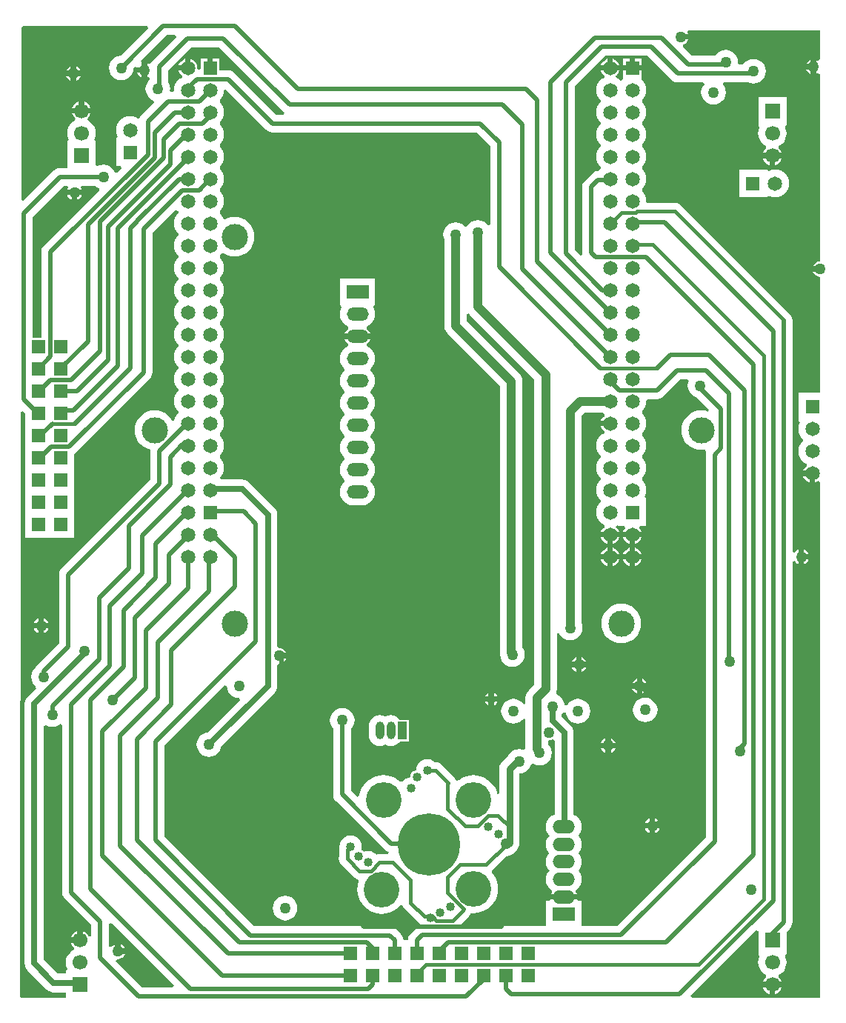
<source format=gbl>
%FSLAX25Y25*%
%MOIN*%
G70*
G01*
G75*
G04 Layer_Physical_Order=4*
G04 Layer_Color=16711680*
%ADD10R,0.03740X0.03937*%
%ADD11P,0.04454X4X90.0*%
G04:AMPARAMS|DCode=12|XSize=37.4mil|YSize=39.37mil|CornerRadius=0mil|HoleSize=0mil|Usage=FLASHONLY|Rotation=315.000|XOffset=0mil|YOffset=0mil|HoleType=Round|Shape=Rectangle|*
%AMROTATEDRECTD12*
4,1,4,-0.02714,-0.00070,0.00070,0.02714,0.02714,0.00070,-0.00070,-0.02714,-0.02714,-0.00070,0.0*
%
%ADD12ROTATEDRECTD12*%

%ADD13R,0.04200X0.02500*%
G04:AMPARAMS|DCode=14|XSize=106.3mil|YSize=62.99mil|CornerRadius=0mil|HoleSize=0mil|Usage=FLASHONLY|Rotation=225.000|XOffset=0mil|YOffset=0mil|HoleType=Round|Shape=Rectangle|*
%AMROTATEDRECTD14*
4,1,4,0.01531,0.05985,0.05985,0.01531,-0.01531,-0.05985,-0.05985,-0.01531,0.01531,0.05985,0.0*
%
%ADD14ROTATEDRECTD14*%

G04:AMPARAMS|DCode=15|XSize=106.3mil|YSize=62.99mil|CornerRadius=0mil|HoleSize=0mil|Usage=FLASHONLY|Rotation=315.000|XOffset=0mil|YOffset=0mil|HoleType=Round|Shape=Rectangle|*
%AMROTATEDRECTD15*
4,1,4,-0.05985,0.01531,-0.01531,0.05985,0.05985,-0.01531,0.01531,-0.05985,-0.05985,0.01531,0.0*
%
%ADD15ROTATEDRECTD15*%

G04:AMPARAMS|DCode=16|XSize=15.75mil|YSize=33.47mil|CornerRadius=0mil|HoleSize=0mil|Usage=FLASHONLY|Rotation=135.000|XOffset=0mil|YOffset=0mil|HoleType=Round|Shape=Rectangle|*
%AMROTATEDRECTD16*
4,1,4,0.01740,0.00626,-0.00626,-0.01740,-0.01740,-0.00626,0.00626,0.01740,0.01740,0.00626,0.0*
%
%ADD16ROTATEDRECTD16*%

G04:AMPARAMS|DCode=17|XSize=15.75mil|YSize=33.47mil|CornerRadius=0mil|HoleSize=0mil|Usage=FLASHONLY|Rotation=225.000|XOffset=0mil|YOffset=0mil|HoleType=Round|Shape=Rectangle|*
%AMROTATEDRECTD17*
4,1,4,-0.00626,0.01740,0.01740,-0.00626,0.00626,-0.01740,-0.01740,0.00626,-0.00626,0.01740,0.0*
%
%ADD17ROTATEDRECTD17*%

%ADD18R,0.04331X0.02559*%
%ADD19R,0.03150X0.03150*%
%ADD20O,0.03937X0.09843*%
%ADD21O,0.09843X0.03937*%
%ADD22R,0.03937X0.09843*%
%ADD23R,0.03150X0.03150*%
%ADD24R,0.03937X0.03740*%
%ADD25R,0.03602X0.04803*%
%ADD26R,0.15000X0.11000*%
%ADD27R,0.01024X0.00630*%
%ADD28R,0.01024X0.02008*%
%ADD29C,0.02000*%
%ADD30C,0.01500*%
%ADD31C,0.07500*%
%ADD32C,0.04000*%
%ADD33C,0.03000*%
%ADD34C,0.02500*%
%ADD35C,0.05000*%
%ADD36C,0.01000*%
%ADD37C,0.10000*%
%ADD38C,0.11800*%
%ADD39R,0.06496X0.06496*%
%ADD40C,0.06496*%
%ADD41O,0.10000X0.06000*%
%ADD42R,0.10000X0.06000*%
%ADD43R,0.06693X0.06693*%
%ADD44C,0.06693*%
%ADD45R,0.06496X0.06496*%
%ADD46C,0.28000*%
%ADD47R,0.04000X0.07874*%
%ADD48O,0.04000X0.07874*%
%ADD49O,0.03937X0.07874*%
%ADD50O,0.09843X0.06000*%
%ADD51R,0.09843X0.06000*%
%ADD52C,0.16000*%
%ADD53R,0.06000X0.06000*%
%ADD54R,0.06000X0.06000*%
%ADD55C,0.04000*%
%ADD56C,0.05000*%
%ADD57C,0.11000*%
%ADD58C,0.08000*%
G04:AMPARAMS|DCode=59|XSize=100mil|YSize=100mil|CornerRadius=0mil|HoleSize=0mil|Usage=FLASHONLY|Rotation=0.000|XOffset=0mil|YOffset=0mil|HoleType=Round|Shape=Relief|Width=10mil|Gap=10mil|Entries=4|*
%AMTHD59*
7,0,0,0.10000,0.08000,0.01000,45*
%
%ADD59THD59*%
%ADD60C,0.07803*%
G04:AMPARAMS|DCode=61|XSize=98.031mil|YSize=98.031mil|CornerRadius=0mil|HoleSize=0mil|Usage=FLASHONLY|Rotation=0.000|XOffset=0mil|YOffset=0mil|HoleType=Round|Shape=Relief|Width=10mil|Gap=10mil|Entries=4|*
%AMTHD61*
7,0,0,0.09803,0.07803,0.01000,45*
%
%ADD61THD61*%
%ADD62C,0.08567*%
G04:AMPARAMS|DCode=63|XSize=105.669mil|YSize=105.669mil|CornerRadius=0mil|HoleSize=0mil|Usage=FLASHONLY|Rotation=0.000|XOffset=0mil|YOffset=0mil|HoleType=Round|Shape=Relief|Width=10mil|Gap=10mil|Entries=4|*
%AMTHD63*
7,0,0,0.10567,0.08567,0.01000,45*
%
%ADD63THD63*%
%ADD64C,0.07937*%
%ADD65C,0.09080*%
G04:AMPARAMS|DCode=66|XSize=85mil|YSize=85mil|CornerRadius=0mil|HoleSize=0mil|Usage=FLASHONLY|Rotation=0.000|XOffset=0mil|YOffset=0mil|HoleType=Round|Shape=Relief|Width=10mil|Gap=10mil|Entries=4|*
%AMTHD66*
7,0,0,0.08500,0.06500,0.01000,45*
%
%ADD66THD66*%
%ADD67C,0.06500*%
%ADD68C,0.07800*%
G04:AMPARAMS|DCode=69|XSize=98mil|YSize=98mil|CornerRadius=0mil|HoleSize=0mil|Usage=FLASHONLY|Rotation=0.000|XOffset=0mil|YOffset=0mil|HoleType=Round|Shape=Relief|Width=10mil|Gap=10mil|Entries=4|*
%AMTHD69*
7,0,0,0.09800,0.07800,0.01000,45*
%
%ADD69THD69*%
G04:AMPARAMS|DCode=70|XSize=99.37mil|YSize=99.37mil|CornerRadius=0mil|HoleSize=0mil|Usage=FLASHONLY|Rotation=0.000|XOffset=0mil|YOffset=0mil|HoleType=Round|Shape=Relief|Width=10mil|Gap=10mil|Entries=4|*
%AMTHD70*
7,0,0,0.09937,0.07937,0.01000,45*
%
%ADD70THD70*%
G04:AMPARAMS|DCode=71|XSize=75mil|YSize=75mil|CornerRadius=0mil|HoleSize=0mil|Usage=FLASHONLY|Rotation=0.000|XOffset=0mil|YOffset=0mil|HoleType=Round|Shape=Relief|Width=10mil|Gap=10mil|Entries=4|*
%AMTHD71*
7,0,0,0.07500,0.05500,0.01000,45*
%
%ADD71THD71*%
%ADD72C,0.05500*%
%ADD73C,0.06800*%
G04:AMPARAMS|DCode=74|XSize=88mil|YSize=88mil|CornerRadius=0mil|HoleSize=0mil|Usage=FLASHONLY|Rotation=0.000|XOffset=0mil|YOffset=0mil|HoleType=Round|Shape=Relief|Width=10mil|Gap=10mil|Entries=4|*
%AMTHD74*
7,0,0,0.08800,0.06800,0.01000,45*
%
%ADD74THD74*%
G36*
X75224Y-89029D02*
X75561Y-89439D01*
X75634Y-89500D01*
Y-90500D01*
X75561Y-90561D01*
X74780Y-91512D01*
X74200Y-92597D01*
X73842Y-93775D01*
X73722Y-95000D01*
X73842Y-96225D01*
X74200Y-97403D01*
X74780Y-98488D01*
X75561Y-99439D01*
X75634Y-99500D01*
Y-100500D01*
X75561Y-100561D01*
X74780Y-101512D01*
X74200Y-102597D01*
X73842Y-103775D01*
X73722Y-105000D01*
X73842Y-106225D01*
X74200Y-107403D01*
X74780Y-108488D01*
X75561Y-109439D01*
X75634Y-109500D01*
Y-110500D01*
X75561Y-110561D01*
X74780Y-111512D01*
X74200Y-112597D01*
X73842Y-113775D01*
X73722Y-115000D01*
X73842Y-116225D01*
X74200Y-117403D01*
X74780Y-118488D01*
X75561Y-119439D01*
X75634Y-119500D01*
Y-120500D01*
X75561Y-120561D01*
X74780Y-121512D01*
X74200Y-122597D01*
X73842Y-123775D01*
X73722Y-125000D01*
X73842Y-126225D01*
X74200Y-127403D01*
X74780Y-128488D01*
X75561Y-129439D01*
X75634Y-129500D01*
Y-130500D01*
X75561Y-130561D01*
X74780Y-131512D01*
X74200Y-132597D01*
X73842Y-133775D01*
X73722Y-135000D01*
X73842Y-136225D01*
X74200Y-137403D01*
X74780Y-138488D01*
X75561Y-139439D01*
X75634Y-139500D01*
Y-140500D01*
X75561Y-140561D01*
X74780Y-141512D01*
X74200Y-142597D01*
X73842Y-143775D01*
X73722Y-145000D01*
X73842Y-146225D01*
X74200Y-147403D01*
X74780Y-148488D01*
X75561Y-149439D01*
X75634Y-149500D01*
Y-150500D01*
X75561Y-150561D01*
X74780Y-151512D01*
X74200Y-152597D01*
X73842Y-153775D01*
X73722Y-155000D01*
X73842Y-156225D01*
X74200Y-157403D01*
X74780Y-158488D01*
X75561Y-159439D01*
X75634Y-159500D01*
Y-160500D01*
X75561Y-160561D01*
X74780Y-161512D01*
X74200Y-162597D01*
X73842Y-163775D01*
X73722Y-165000D01*
X73842Y-166225D01*
X74200Y-167403D01*
X74780Y-168488D01*
X75561Y-169439D01*
X75634Y-169500D01*
Y-170500D01*
X75561Y-170561D01*
X74780Y-171512D01*
X74200Y-172597D01*
X73842Y-173775D01*
X73722Y-175000D01*
X73842Y-176225D01*
X74200Y-177403D01*
X74780Y-178488D01*
X75561Y-179439D01*
X75634Y-179500D01*
Y-180500D01*
X75561Y-180561D01*
X74780Y-181512D01*
X74200Y-182597D01*
X73856Y-183729D01*
X73616Y-183753D01*
X72777Y-183670D01*
X72436Y-183031D01*
X71324Y-181676D01*
X69968Y-180564D01*
X68422Y-179738D01*
X66745Y-179229D01*
X65000Y-179057D01*
X63255Y-179229D01*
X61578Y-179738D01*
X60031Y-180564D01*
X58676Y-181676D01*
X57564Y-183031D01*
X56738Y-184578D01*
X56229Y-186255D01*
X56057Y-188000D01*
X56229Y-189745D01*
X56738Y-191422D01*
X57564Y-192968D01*
X58676Y-194324D01*
X60031Y-195436D01*
X61578Y-196262D01*
X63069Y-196715D01*
X62966Y-197500D01*
X62966Y-197500D01*
Y-210329D01*
X23147Y-250147D01*
X22506Y-250983D01*
X22103Y-251956D01*
X21966Y-253000D01*
X21966Y-253000D01*
Y-283829D01*
X12147Y-293647D01*
X11506Y-294483D01*
X11345Y-294872D01*
X11077Y-295077D01*
X10196Y-296226D01*
X9642Y-297564D01*
X9453Y-299000D01*
X9642Y-300436D01*
X10196Y-301774D01*
X11077Y-302923D01*
X11572Y-303302D01*
X11638Y-304300D01*
X7818Y-308120D01*
X7137Y-309007D01*
X6709Y-310041D01*
X6563Y-311151D01*
Y-427951D01*
X6563Y-427951D01*
X6563D01*
X6709Y-429060D01*
X7137Y-430094D01*
X7818Y-430982D01*
X16589Y-439752D01*
X17477Y-440434D01*
X17905Y-440611D01*
X18510Y-440862D01*
X19620Y-441008D01*
X25154D01*
Y-443500D01*
X13500D01*
X7179Y-443421D01*
X5224Y-443401D01*
X4529Y-442681D01*
X4539Y-442282D01*
X4877Y-179889D01*
X5802Y-179507D01*
X6889Y-180595D01*
Y-186428D01*
Y-196428D01*
Y-206428D01*
Y-216428D01*
Y-226428D01*
Y-236428D01*
X28889D01*
Y-226428D01*
Y-216428D01*
Y-206428D01*
Y-198709D01*
X29353Y-198353D01*
X29353Y-198353D01*
X29353Y-198353D01*
X62853Y-164853D01*
X62853Y-164853D01*
X63216Y-164380D01*
X63494Y-164017D01*
X63897Y-163044D01*
X64034Y-162000D01*
X64034Y-162000D01*
X64034Y-162000D01*
Y-162000D01*
Y-99171D01*
X74225Y-88980D01*
X75224Y-89029D01*
D02*
G37*
G36*
X305431Y-165866D02*
X305142Y-166564D01*
X304953Y-168000D01*
X305142Y-169436D01*
X305696Y-170774D01*
X306577Y-171923D01*
X307726Y-172804D01*
X309064Y-173358D01*
X309166Y-173372D01*
X314560Y-178766D01*
X314046Y-179623D01*
X312745Y-179229D01*
X311000Y-179057D01*
X309255Y-179229D01*
X307578Y-179738D01*
X306031Y-180564D01*
X304676Y-181676D01*
X303564Y-183031D01*
X302738Y-184578D01*
X302229Y-186255D01*
X302057Y-188000D01*
X302229Y-189745D01*
X302738Y-191422D01*
X303564Y-192968D01*
X304676Y-194324D01*
X306031Y-195436D01*
X307578Y-196262D01*
X309255Y-196771D01*
X311000Y-196943D01*
X312680Y-196778D01*
X312793Y-196931D01*
X313111Y-197978D01*
X313103Y-197997D01*
X312965Y-199041D01*
X312965Y-199041D01*
Y-371329D01*
X273264Y-411031D01*
X257186D01*
Y-399901D01*
X255638D01*
X255221Y-399277D01*
X243152D01*
X242735Y-399901D01*
X241186D01*
Y-411031D01*
X203350D01*
X202968Y-410107D01*
X206403Y-406672D01*
X207004Y-405888D01*
X207126Y-405594D01*
X207342Y-405312D01*
X208475Y-405401D01*
X210201Y-405265D01*
X211885Y-404861D01*
X213485Y-404199D01*
X214961Y-403294D01*
X216277Y-402169D01*
X217402Y-400853D01*
X218307Y-399377D01*
X218969Y-397777D01*
X219373Y-396093D01*
X219509Y-394367D01*
X219373Y-392641D01*
X218969Y-390957D01*
X218307Y-389358D01*
X217402Y-387881D01*
X216770Y-387142D01*
X216872Y-386175D01*
X216872Y-386175D01*
X216872Y-386175D01*
D01*
D01*
X223388Y-379659D01*
X224715Y-379484D01*
X226053Y-378930D01*
X227202Y-378048D01*
X228084Y-376899D01*
X228236Y-376532D01*
X228611Y-376043D01*
X229064Y-374948D01*
X229219Y-373774D01*
Y-342519D01*
X230436Y-342358D01*
X231774Y-341804D01*
X232923Y-340923D01*
X233804Y-339774D01*
X234358Y-338436D01*
X234370Y-338344D01*
X235294Y-337961D01*
X235457Y-338086D01*
X236795Y-338640D01*
X238230Y-338829D01*
X239666Y-338640D01*
X241004Y-338086D01*
X242153Y-337204D01*
X243035Y-336055D01*
X243589Y-334717D01*
X243778Y-333281D01*
X243589Y-331846D01*
X243035Y-330508D01*
X242153Y-329359D01*
X242025Y-329260D01*
Y-327947D01*
X242500Y-327530D01*
X243414Y-327410D01*
X244203Y-327083D01*
X244372Y-327196D01*
X245034Y-328059D01*
Y-360914D01*
X244879Y-360961D01*
X243837Y-361518D01*
X242923Y-362268D01*
X242173Y-363181D01*
X241616Y-364224D01*
X241273Y-365355D01*
X241157Y-366531D01*
X241273Y-367707D01*
X241616Y-368838D01*
X242173Y-369881D01*
X242655Y-370468D01*
X242173Y-371055D01*
X241616Y-372098D01*
X241273Y-373229D01*
X241157Y-374405D01*
X241273Y-375581D01*
X241616Y-376712D01*
X242173Y-377754D01*
X242655Y-378342D01*
X242173Y-378929D01*
X241616Y-379972D01*
X241273Y-381103D01*
X241157Y-382279D01*
X241273Y-383455D01*
X241616Y-384586D01*
X242173Y-385629D01*
X242655Y-386216D01*
X242173Y-386803D01*
X241616Y-387846D01*
X241273Y-388977D01*
X241157Y-390153D01*
X241273Y-391329D01*
X241616Y-392460D01*
X242173Y-393502D01*
X242923Y-394416D01*
X243837Y-395166D01*
X243947Y-395677D01*
X243692Y-396010D01*
X243374Y-396777D01*
X254998D01*
X254680Y-396010D01*
X254425Y-395677D01*
X254536Y-395166D01*
X255449Y-394416D01*
X256199Y-393502D01*
X256756Y-392460D01*
X257099Y-391329D01*
X257215Y-390153D01*
X257099Y-388977D01*
X256756Y-387846D01*
X256199Y-386803D01*
X255717Y-386216D01*
X256199Y-385629D01*
X256756Y-384586D01*
X257099Y-383455D01*
X257215Y-382279D01*
X257099Y-381103D01*
X256756Y-379972D01*
X256199Y-378929D01*
X255717Y-378342D01*
X256199Y-377754D01*
X256756Y-376712D01*
X257099Y-375581D01*
X257215Y-374405D01*
X257099Y-373229D01*
X256756Y-372098D01*
X256199Y-371055D01*
X255717Y-370468D01*
X256199Y-369881D01*
X256756Y-368838D01*
X257099Y-367707D01*
X257215Y-366531D01*
X257099Y-365355D01*
X256756Y-364224D01*
X256199Y-363181D01*
X255449Y-362268D01*
X254536Y-361518D01*
X253607Y-361022D01*
Y-324256D01*
X253461Y-323147D01*
X253033Y-322113D01*
X252352Y-321225D01*
X248291Y-317164D01*
Y-316037D01*
X248951Y-315177D01*
X249039Y-314963D01*
X250031Y-315094D01*
X250142Y-315936D01*
X250696Y-317274D01*
X251577Y-318423D01*
X252726Y-319304D01*
X254064Y-319858D01*
X255500Y-320047D01*
X256936Y-319858D01*
X258274Y-319304D01*
X259423Y-318423D01*
X260304Y-317274D01*
X260858Y-315936D01*
X261048Y-314500D01*
X260858Y-313064D01*
X260304Y-311726D01*
X259423Y-310577D01*
X258274Y-309696D01*
X256936Y-309142D01*
X255500Y-308952D01*
X254064Y-309142D01*
X252726Y-309696D01*
X251577Y-310577D01*
X250696Y-311726D01*
X250607Y-311941D01*
X249616Y-311810D01*
X249505Y-310968D01*
X248951Y-309630D01*
X248069Y-308481D01*
X246920Y-307599D01*
X246073Y-307249D01*
X245691Y-306325D01*
X245871Y-305889D01*
X246043Y-304584D01*
X246043Y-304584D01*
X246043Y-304584D01*
Y-304584D01*
Y-279554D01*
X247024Y-279359D01*
X247196Y-279774D01*
X248077Y-280923D01*
X249226Y-281804D01*
X250564Y-282358D01*
X252000Y-282547D01*
X253436Y-282358D01*
X254774Y-281804D01*
X255923Y-280923D01*
X256804Y-279774D01*
X257358Y-278436D01*
X257547Y-277000D01*
X257358Y-275564D01*
X257043Y-274803D01*
Y-181589D01*
X258589Y-180043D01*
X266296D01*
X266512Y-180220D01*
X267313Y-180648D01*
X267383Y-181507D01*
X267325Y-181698D01*
X266970Y-181970D01*
X266289Y-182858D01*
X265920Y-183750D01*
X270000D01*
Y-186250D01*
X265920D01*
X266289Y-187142D01*
X266970Y-188030D01*
X267325Y-188302D01*
X267383Y-188493D01*
X267313Y-189352D01*
X266512Y-189780D01*
X265561Y-190561D01*
X264780Y-191512D01*
X264200Y-192597D01*
X263842Y-193775D01*
X263722Y-195000D01*
X263842Y-196225D01*
X264200Y-197403D01*
X264780Y-198488D01*
X265561Y-199439D01*
X265634Y-199500D01*
Y-200500D01*
X265561Y-200561D01*
X264780Y-201512D01*
X264200Y-202597D01*
X263842Y-203775D01*
X263722Y-205000D01*
X263842Y-206225D01*
X264200Y-207403D01*
X264780Y-208488D01*
X265561Y-209439D01*
X265634Y-209500D01*
Y-210500D01*
X265561Y-210561D01*
X264780Y-211512D01*
X264200Y-212597D01*
X263842Y-213775D01*
X263722Y-215000D01*
X263842Y-216225D01*
X264200Y-217403D01*
X264780Y-218488D01*
X265561Y-219439D01*
X265634Y-219500D01*
Y-220500D01*
X265561Y-220561D01*
X264780Y-221512D01*
X264200Y-222597D01*
X263842Y-223775D01*
X263722Y-225000D01*
X263842Y-226225D01*
X264200Y-227403D01*
X264780Y-228488D01*
X265561Y-229439D01*
X266512Y-230220D01*
X267313Y-230648D01*
X267383Y-231507D01*
X267325Y-231698D01*
X266970Y-231970D01*
X266289Y-232858D01*
X265920Y-233750D01*
X274080D01*
X273711Y-232858D01*
X273030Y-231970D01*
X272675Y-231698D01*
X272617Y-231507D01*
X272628Y-231368D01*
X273518Y-230911D01*
X273752Y-231052D01*
Y-231248D01*
X276394D01*
X276836Y-232145D01*
X276289Y-232858D01*
X275920Y-233750D01*
X284080D01*
X283711Y-232858D01*
X283164Y-232145D01*
X283606Y-231248D01*
X286248D01*
Y-218752D01*
X286052D01*
X285538Y-217894D01*
X285800Y-217403D01*
X286158Y-216225D01*
X286278Y-215000D01*
X286158Y-213775D01*
X285800Y-212597D01*
X285220Y-211512D01*
X284439Y-210561D01*
X284366Y-210500D01*
Y-209500D01*
X284439Y-209439D01*
X285220Y-208488D01*
X285800Y-207403D01*
X286158Y-206225D01*
X286278Y-205000D01*
X286158Y-203775D01*
X285800Y-202597D01*
X285220Y-201512D01*
X284439Y-200561D01*
X284366Y-200500D01*
Y-199500D01*
X284439Y-199439D01*
X285220Y-198488D01*
X285800Y-197403D01*
X286158Y-196225D01*
X286278Y-195000D01*
X286158Y-193775D01*
X285800Y-192597D01*
X285220Y-191512D01*
X284439Y-190561D01*
X284366Y-190500D01*
Y-189500D01*
X284439Y-189439D01*
X285220Y-188488D01*
X285800Y-187403D01*
X286158Y-186225D01*
X286278Y-185000D01*
X286158Y-183775D01*
X285800Y-182597D01*
X285220Y-181512D01*
X284439Y-180561D01*
X284366Y-180500D01*
Y-179500D01*
X284439Y-179439D01*
X285220Y-178488D01*
X285800Y-177403D01*
X286158Y-176225D01*
X286278Y-175000D01*
X286256Y-174776D01*
X286928Y-174035D01*
X291000D01*
X291000Y-174035D01*
X292044Y-173897D01*
X293017Y-173494D01*
X293853Y-172853D01*
X301671Y-165034D01*
X304875D01*
X305431Y-165866D01*
D02*
G37*
G36*
X23465Y-320637D02*
Y-396000D01*
X23465Y-396000D01*
X23603Y-397044D01*
X24006Y-398017D01*
X24647Y-398853D01*
X36520Y-410725D01*
Y-415698D01*
X35539Y-415893D01*
X35297Y-415308D01*
X34600Y-414400D01*
X33692Y-413703D01*
X32750Y-413313D01*
Y-417500D01*
X31500D01*
Y-418750D01*
X27313D01*
X27703Y-419692D01*
X28400Y-420600D01*
X28713Y-420840D01*
X28632Y-421837D01*
X27957Y-422198D01*
X26991Y-422991D01*
X26198Y-423957D01*
X25608Y-425060D01*
X25245Y-426256D01*
X25123Y-427500D01*
X25245Y-428744D01*
X25608Y-429940D01*
X25798Y-430296D01*
X25284Y-431153D01*
X25154D01*
Y-432435D01*
X21396D01*
X15136Y-426175D01*
Y-321098D01*
X16033Y-320656D01*
X16226Y-320804D01*
X17564Y-321358D01*
X19000Y-321548D01*
X20436Y-321358D01*
X21774Y-320804D01*
X22569Y-320194D01*
X23465Y-320637D01*
D02*
G37*
G36*
X364000Y-8000D02*
X364000Y-8000D01*
X364500Y-8207D01*
Y-21260D01*
X363603Y-21702D01*
X363265Y-21443D01*
X362750Y-21229D01*
Y-24500D01*
Y-27771D01*
X363265Y-27557D01*
X363603Y-27298D01*
X364500Y-27740D01*
Y-111970D01*
X363586Y-112090D01*
X362735Y-112443D01*
X362004Y-113004D01*
X361443Y-113735D01*
X361229Y-114250D01*
X364500D01*
Y-116750D01*
X361229D01*
X361443Y-117265D01*
X362004Y-117996D01*
X362735Y-118557D01*
X363586Y-118910D01*
X364500Y-119030D01*
Y-171252D01*
X354752D01*
Y-183748D01*
X354948D01*
X355462Y-184606D01*
X355200Y-185097D01*
X354842Y-186275D01*
X354722Y-187500D01*
X354842Y-188725D01*
X355200Y-189903D01*
X355780Y-190988D01*
X356561Y-191939D01*
X356634Y-192000D01*
Y-193000D01*
X356561Y-193061D01*
X355780Y-194012D01*
X355200Y-195097D01*
X354842Y-196275D01*
X354722Y-197500D01*
X354842Y-198725D01*
X355200Y-199903D01*
X355780Y-200988D01*
X356561Y-201939D01*
X357512Y-202720D01*
X358313Y-203148D01*
X358383Y-204007D01*
X358325Y-204198D01*
X357970Y-204470D01*
X357289Y-205358D01*
X356920Y-206250D01*
X361000D01*
Y-207500D01*
X362250D01*
Y-211580D01*
X363142Y-211211D01*
X363603Y-210857D01*
X364500Y-211299D01*
Y-443500D01*
X306653D01*
X306270Y-442576D01*
X335730Y-413117D01*
X336653Y-413499D01*
Y-423846D01*
X336784D01*
X337298Y-424704D01*
X337108Y-425060D01*
X336745Y-426256D01*
X336623Y-427500D01*
X336745Y-428744D01*
X337108Y-429940D01*
X337698Y-431043D01*
X338491Y-432009D01*
X339457Y-432802D01*
X340132Y-433163D01*
X340213Y-434160D01*
X339900Y-434400D01*
X339203Y-435308D01*
X338813Y-436250D01*
X347187D01*
X346797Y-435308D01*
X346100Y-434400D01*
X345787Y-434160D01*
X345868Y-433163D01*
X346543Y-432802D01*
X347509Y-432009D01*
X348302Y-431043D01*
X348892Y-429940D01*
X349255Y-428744D01*
X349377Y-427500D01*
X349255Y-426256D01*
X348892Y-425060D01*
X348702Y-424704D01*
X349216Y-423846D01*
X349346D01*
Y-413864D01*
X350862Y-412349D01*
X350862Y-412349D01*
X351503Y-411514D01*
X351906Y-410540D01*
X352043Y-409496D01*
X352043Y-409496D01*
Y-247148D01*
X352990Y-246827D01*
X353504Y-247496D01*
X354235Y-248057D01*
X354750Y-248271D01*
Y-245000D01*
Y-241729D01*
X354235Y-241943D01*
X353504Y-242504D01*
X352990Y-243173D01*
X352043Y-242852D01*
Y-138509D01*
X351906Y-137464D01*
X351503Y-136491D01*
X350862Y-135656D01*
X350026Y-135015D01*
X349749Y-134900D01*
X301675Y-86826D01*
X300891Y-86224D01*
X299979Y-85847D01*
X299000Y-85718D01*
X286929D01*
X286278Y-85000D01*
X286158Y-83775D01*
X285800Y-82597D01*
X285220Y-81512D01*
X284439Y-80561D01*
X284366Y-80500D01*
Y-79500D01*
X284439Y-79439D01*
X285220Y-78488D01*
X285800Y-77403D01*
X286158Y-76225D01*
X286278Y-75000D01*
X286158Y-73775D01*
X285800Y-72597D01*
X285220Y-71512D01*
X284439Y-70561D01*
X284366Y-70500D01*
Y-69500D01*
X284439Y-69439D01*
X285220Y-68488D01*
X285800Y-67403D01*
X286158Y-66225D01*
X286278Y-65000D01*
X286158Y-63775D01*
X285800Y-62597D01*
X285220Y-61512D01*
X284439Y-60561D01*
X284366Y-60500D01*
Y-59500D01*
X284439Y-59439D01*
X285220Y-58488D01*
X285800Y-57403D01*
X286158Y-56225D01*
X286278Y-55000D01*
X286158Y-53775D01*
X285800Y-52597D01*
X285220Y-51512D01*
X284439Y-50561D01*
X284366Y-50500D01*
Y-49500D01*
X284439Y-49439D01*
X285220Y-48488D01*
X285800Y-47403D01*
X286158Y-46225D01*
X286278Y-45000D01*
X286158Y-43775D01*
X285800Y-42597D01*
X285220Y-41512D01*
X284439Y-40561D01*
X284366Y-40500D01*
Y-39500D01*
X284439Y-39439D01*
X285220Y-38488D01*
X285800Y-37403D01*
X286158Y-36225D01*
X286278Y-35000D01*
X286158Y-33775D01*
X285800Y-32597D01*
X285220Y-31512D01*
X284439Y-30561D01*
X284248Y-30404D01*
X284248Y-29248D01*
X284248D01*
Y-26250D01*
X275752D01*
Y-29248D01*
X275752D01*
Y-29927D01*
X275045Y-30634D01*
X274500D01*
X274439Y-30561D01*
X273488Y-29780D01*
X272687Y-29352D01*
X272617Y-28493D01*
X272675Y-28302D01*
X273030Y-28030D01*
X273711Y-27142D01*
X274080Y-26250D01*
X265920D01*
X266289Y-27142D01*
X266970Y-28030D01*
X267325Y-28302D01*
X267383Y-28493D01*
X267313Y-29352D01*
X266512Y-29780D01*
X265561Y-30561D01*
X264780Y-31512D01*
X264200Y-32597D01*
X263842Y-33775D01*
X263722Y-35000D01*
X263842Y-36225D01*
X264200Y-37403D01*
X264780Y-38488D01*
X265561Y-39439D01*
X265634Y-39500D01*
Y-40500D01*
X265561Y-40561D01*
X264780Y-41512D01*
X264200Y-42597D01*
X263842Y-43775D01*
X263722Y-45000D01*
X263842Y-46225D01*
X264200Y-47403D01*
X264780Y-48488D01*
X265561Y-49439D01*
X265634Y-49500D01*
Y-50500D01*
X265561Y-50561D01*
X264780Y-51512D01*
X264200Y-52597D01*
X263842Y-53775D01*
X263722Y-55000D01*
X263842Y-56225D01*
X264200Y-57403D01*
X264780Y-58488D01*
X265561Y-59439D01*
X265634Y-59500D01*
Y-60500D01*
X265561Y-60561D01*
X264780Y-61512D01*
X264200Y-62597D01*
X263842Y-63775D01*
X263722Y-65000D01*
X263842Y-66225D01*
X264200Y-67403D01*
X264780Y-68488D01*
X265561Y-69439D01*
X265634Y-69500D01*
Y-70500D01*
X265561Y-70561D01*
X264818Y-71465D01*
X264500D01*
X263456Y-71603D01*
X262483Y-72006D01*
X261647Y-72647D01*
X258647Y-75647D01*
X258006Y-76483D01*
X257603Y-77456D01*
X257466Y-78500D01*
X257466Y-78500D01*
Y-108000D01*
X257466Y-108000D01*
X257603Y-109044D01*
X256646Y-109441D01*
X254034Y-106829D01*
Y-33171D01*
X267671Y-19534D01*
X286829D01*
X297647Y-30353D01*
X297647Y-30353D01*
X298483Y-30994D01*
X298483Y-30994D01*
X298483Y-30994D01*
D01*
X298483Y-30994D01*
X298483Y-30994D01*
X299456Y-31397D01*
X300500Y-31534D01*
X311863D01*
X312306Y-32431D01*
X311696Y-33226D01*
X311142Y-34564D01*
X310952Y-36000D01*
X311142Y-37436D01*
X311696Y-38774D01*
X312577Y-39923D01*
X313726Y-40804D01*
X315064Y-41358D01*
X316500Y-41548D01*
X317936Y-41358D01*
X319274Y-40804D01*
X320423Y-39923D01*
X321304Y-38774D01*
X321858Y-37436D01*
X322047Y-36000D01*
X321858Y-34564D01*
X321304Y-33226D01*
X320694Y-32431D01*
X321137Y-31534D01*
X332282D01*
X333064Y-31858D01*
X334500Y-32048D01*
X335936Y-31858D01*
X337274Y-31304D01*
X338423Y-30423D01*
X339304Y-29274D01*
X339858Y-27936D01*
X340048Y-26500D01*
X339858Y-25064D01*
X339304Y-23726D01*
X338423Y-22577D01*
X337274Y-21696D01*
X335936Y-21142D01*
X334500Y-20953D01*
X333064Y-21142D01*
X331726Y-21696D01*
X330577Y-22577D01*
X329896Y-23465D01*
X328179D01*
X327519Y-22714D01*
X327548Y-22500D01*
X327358Y-21064D01*
X326804Y-19726D01*
X325923Y-18577D01*
X324774Y-17696D01*
X323436Y-17142D01*
X322000Y-16952D01*
X320564Y-17142D01*
X319226Y-17696D01*
X318077Y-18577D01*
X317396Y-19466D01*
X306671D01*
X302963Y-15757D01*
X302787Y-14419D01*
X302789Y-14408D01*
X303637Y-14056D01*
X304368Y-13495D01*
X304929Y-12764D01*
X305142Y-12249D01*
X301872D01*
Y-9749D01*
X305142D01*
X304929Y-9234D01*
X304670Y-8897D01*
X305113Y-8000D01*
X364000D01*
X364000Y-8000D01*
D02*
G37*
G36*
X122793Y-44353D02*
X122793Y-44353D01*
X123628Y-44994D01*
X123226Y-45965D01*
X119763D01*
X100945Y-27147D01*
X100109Y-26506D01*
X99136Y-26103D01*
X98092Y-25965D01*
X98092Y-25965D01*
X94248D01*
Y-20752D01*
X91250D01*
Y-25000D01*
X88750D01*
Y-20752D01*
X85752D01*
Y-25499D01*
X84816Y-25852D01*
X84257Y-25214D01*
X84285Y-25000D01*
X84139Y-23891D01*
X83711Y-22858D01*
X83030Y-21970D01*
X82142Y-21289D01*
X81250Y-20920D01*
Y-25000D01*
X80000D01*
Y-26250D01*
X75920D01*
X76289Y-27142D01*
X76970Y-28030D01*
X77325Y-28302D01*
X77383Y-28493D01*
X77313Y-29352D01*
X76512Y-29780D01*
X75561Y-30561D01*
X74780Y-31512D01*
X74200Y-32597D01*
X73842Y-33775D01*
X73722Y-35000D01*
X73744Y-35225D01*
X73343Y-35666D01*
X72343Y-35658D01*
X72351Y-35667D01*
X71953Y-35214D01*
X72048Y-34500D01*
X71858Y-33064D01*
X71304Y-31726D01*
X71034Y-31375D01*
Y-26171D01*
X81498Y-15708D01*
X94148D01*
X122793Y-44353D01*
D02*
G37*
G36*
X61755Y-6234D02*
X62136Y-7158D01*
X49818Y-19477D01*
X48564Y-19642D01*
X47226Y-20196D01*
X46077Y-21077D01*
X45196Y-22226D01*
X44642Y-23564D01*
X44453Y-25000D01*
X44642Y-26436D01*
X45196Y-27774D01*
X46077Y-28923D01*
X47226Y-29804D01*
X48564Y-30358D01*
X50000Y-30547D01*
X51436Y-30358D01*
X52774Y-29804D01*
X53923Y-28923D01*
X54804Y-27774D01*
X55358Y-26436D01*
X55524Y-25182D01*
X56318Y-24388D01*
X56860Y-24750D01*
X59250D01*
Y-22360D01*
X58888Y-21818D01*
X70475Y-10231D01*
X74257D01*
X74640Y-11154D01*
X64147Y-21647D01*
X63506Y-22483D01*
X63376Y-22795D01*
X62410Y-23054D01*
X62265Y-22943D01*
X61750Y-22729D01*
Y-26000D01*
Y-29271D01*
X62134Y-29111D01*
X62678Y-29475D01*
X62711Y-30475D01*
X62577Y-30577D01*
X61696Y-31726D01*
X61142Y-33064D01*
X60953Y-34500D01*
X61142Y-35936D01*
X61696Y-37274D01*
X62577Y-38423D01*
X63726Y-39304D01*
X64496Y-39623D01*
X64691Y-40604D01*
X59147Y-46147D01*
X58506Y-46983D01*
X58336Y-47393D01*
X57394Y-47730D01*
X56403Y-47200D01*
X55225Y-46842D01*
X54000Y-46722D01*
X52775Y-46842D01*
X51597Y-47200D01*
X50512Y-47780D01*
X49561Y-48561D01*
X48780Y-49512D01*
X48200Y-50597D01*
X47842Y-51775D01*
X47722Y-53000D01*
X47842Y-54225D01*
X48200Y-55403D01*
X48462Y-55894D01*
X47948Y-56752D01*
X47752D01*
Y-69248D01*
X49740D01*
X50122Y-70172D01*
X48104Y-72191D01*
X47123Y-71996D01*
X46804Y-71226D01*
X45923Y-70077D01*
X44774Y-69196D01*
X43436Y-68642D01*
X42000Y-68453D01*
X40564Y-68642D01*
X39282Y-69173D01*
X38450Y-68617D01*
Y-57972D01*
X38320D01*
X37806Y-57114D01*
X37996Y-56759D01*
X38359Y-55563D01*
X38481Y-54318D01*
X38359Y-53074D01*
X37996Y-51878D01*
X37406Y-50776D01*
X36613Y-49809D01*
X35647Y-49016D01*
X34972Y-48656D01*
X34891Y-47659D01*
X35204Y-47418D01*
X35901Y-46510D01*
X36291Y-45568D01*
X27917D01*
X28307Y-46510D01*
X29004Y-47418D01*
X29317Y-47659D01*
X29236Y-48656D01*
X28561Y-49016D01*
X27595Y-49809D01*
X26802Y-50776D01*
X26212Y-51878D01*
X25849Y-53074D01*
X25727Y-54318D01*
X25849Y-55563D01*
X26212Y-56759D01*
X26402Y-57114D01*
X25888Y-57972D01*
X25758D01*
Y-69965D01*
X22557D01*
X22557Y-69965D01*
X21512Y-70103D01*
X20539Y-70506D01*
X19704Y-71147D01*
X19704Y-71147D01*
X5924Y-84927D01*
X5000Y-84544D01*
X5101Y-6763D01*
X5809Y-6058D01*
X61755Y-6234D01*
D02*
G37*
G36*
X115239Y-52853D02*
X115239D01*
X115239Y-52853D01*
X115239D01*
X115239Y-52853D01*
Y-52853D01*
X115239Y-52853D01*
Y-52853D01*
X116075Y-53494D01*
X117048Y-53897D01*
X118092Y-54035D01*
X209829D01*
X215966Y-60171D01*
Y-95533D01*
X215019Y-95854D01*
X214423Y-95077D01*
X213274Y-94196D01*
X211936Y-93642D01*
X210500Y-93453D01*
X209064Y-93642D01*
X207726Y-94196D01*
X206577Y-95077D01*
X205696Y-96226D01*
X205672Y-96283D01*
X204681Y-96414D01*
X204423Y-96077D01*
X203274Y-95196D01*
X201936Y-94642D01*
X200500Y-94453D01*
X199064Y-94642D01*
X197726Y-95196D01*
X196577Y-96077D01*
X195696Y-97226D01*
X195142Y-98564D01*
X194952Y-100000D01*
X195142Y-101436D01*
X195457Y-102197D01*
Y-141000D01*
X195457Y-141000D01*
X195457D01*
X195629Y-142305D01*
X196133Y-143522D01*
X196934Y-144566D01*
X220457Y-168089D01*
Y-288000D01*
X220520Y-288484D01*
X220452Y-289000D01*
X220642Y-290436D01*
X221196Y-291774D01*
X222077Y-292923D01*
X223226Y-293804D01*
X224564Y-294358D01*
X226000Y-294548D01*
X227436Y-294358D01*
X228774Y-293804D01*
X229923Y-292923D01*
X230804Y-291774D01*
X231358Y-290436D01*
X231547Y-289000D01*
X231358Y-287564D01*
X230804Y-286226D01*
X230543Y-285886D01*
Y-166000D01*
X230371Y-164695D01*
X229868Y-163478D01*
X229066Y-162434D01*
X205543Y-138911D01*
Y-135809D01*
X206490Y-135488D01*
X206934Y-136066D01*
X235957Y-165089D01*
Y-302495D01*
X233416Y-305036D01*
X232614Y-306080D01*
X232110Y-307297D01*
X231939Y-308602D01*
Y-310997D01*
X230992Y-311319D01*
X230423Y-310577D01*
X229274Y-309696D01*
X227936Y-309142D01*
X226500Y-308952D01*
X225064Y-309142D01*
X223726Y-309696D01*
X222577Y-310577D01*
X221696Y-311726D01*
X221142Y-313064D01*
X220953Y-314500D01*
X221142Y-315936D01*
X221696Y-317274D01*
X222577Y-318423D01*
X223726Y-319304D01*
X225064Y-319858D01*
X226500Y-320047D01*
X227936Y-319858D01*
X229274Y-319304D01*
X230423Y-318423D01*
X230992Y-317681D01*
X231939Y-318003D01*
Y-331364D01*
X231107Y-331920D01*
X230436Y-331642D01*
X229000Y-331452D01*
X227564Y-331642D01*
X226226Y-332196D01*
X225077Y-333077D01*
X224196Y-334226D01*
X224083Y-334498D01*
X221471Y-337110D01*
X220749Y-338051D01*
X220296Y-339145D01*
X220141Y-340320D01*
Y-351506D01*
X219148Y-351624D01*
X218969Y-350878D01*
X218307Y-349278D01*
X217402Y-347802D01*
X216277Y-346485D01*
X214961Y-345361D01*
X213485Y-344456D01*
X211885Y-343793D01*
X210201Y-343389D01*
X208475Y-343253D01*
X206749Y-343389D01*
X205065Y-343793D01*
X203466Y-344456D01*
X201990Y-345361D01*
X201715Y-345596D01*
X201196Y-345664D01*
X200566Y-345513D01*
X200280Y-344822D01*
X199679Y-344039D01*
X194096Y-338456D01*
X193312Y-337855D01*
X192400Y-337477D01*
X191421Y-337348D01*
X191075D01*
X190286Y-336743D01*
X189070Y-336239D01*
X187765Y-336067D01*
X186460Y-336239D01*
X185243Y-336743D01*
X184199Y-337544D01*
X183397Y-338589D01*
X182894Y-339805D01*
X182724Y-341091D01*
X182316Y-341144D01*
X181586Y-341447D01*
X180959Y-341928D01*
X180478Y-342554D01*
X180176Y-343284D01*
X180073Y-344067D01*
X180094Y-344229D01*
X179183Y-344349D01*
X177967Y-344852D01*
X176922Y-345654D01*
X176539Y-346154D01*
X175544Y-346258D01*
X174494Y-345361D01*
X173017Y-344456D01*
X171418Y-343793D01*
X169734Y-343389D01*
X168008Y-343253D01*
X166282Y-343389D01*
X164598Y-343793D01*
X162999Y-344456D01*
X161522Y-345361D01*
X160206Y-346485D01*
X159081Y-347802D01*
X158177Y-349278D01*
X157514Y-350878D01*
X157110Y-352561D01*
X157106Y-352615D01*
X156167Y-352962D01*
X153487Y-350281D01*
Y-322382D01*
X154257Y-321379D01*
X154811Y-320041D01*
X155000Y-318606D01*
X154811Y-317170D01*
X154257Y-315832D01*
X153375Y-314683D01*
X152226Y-313801D01*
X150888Y-313247D01*
X149452Y-313058D01*
X148017Y-313247D01*
X146679Y-313801D01*
X145530Y-314683D01*
X144648Y-315832D01*
X144094Y-317170D01*
X143905Y-318606D01*
X144094Y-320041D01*
X144648Y-321379D01*
X145418Y-322382D01*
Y-351952D01*
X145418Y-351952D01*
X145555Y-352997D01*
X145958Y-353970D01*
X146599Y-354805D01*
X168647Y-376853D01*
X168647Y-376853D01*
X169483Y-377494D01*
X170322Y-377842D01*
X170127Y-378822D01*
X168211D01*
X167876Y-378779D01*
X166075D01*
X165096Y-378907D01*
X164787Y-379035D01*
X164668Y-378880D01*
X163623Y-378079D01*
X162407Y-377575D01*
X161102Y-377403D01*
X159796Y-377575D01*
X159154Y-377841D01*
X158971Y-377601D01*
X158344Y-377120D01*
X157970Y-376965D01*
X158070Y-376724D01*
X158241Y-375418D01*
X158070Y-374113D01*
X157566Y-372897D01*
X156764Y-371852D01*
X155720Y-371051D01*
X154504Y-370547D01*
X153198Y-370375D01*
X151893Y-370547D01*
X150677Y-371051D01*
X149632Y-371852D01*
X148831Y-372897D01*
X148327Y-374113D01*
X148155Y-375418D01*
X148205Y-375800D01*
X148080Y-376755D01*
Y-379694D01*
X148018Y-379842D01*
X147890Y-380821D01*
X148018Y-381800D01*
X148396Y-382712D01*
X148997Y-383495D01*
X154512Y-389010D01*
X155295Y-389611D01*
X156208Y-389989D01*
X156379Y-390011D01*
X156879Y-390877D01*
X156739Y-391216D01*
X156335Y-392899D01*
X156199Y-394625D01*
X156335Y-396352D01*
X156739Y-398035D01*
X157402Y-399635D01*
X158306Y-401111D01*
X159431Y-402428D01*
X160747Y-403552D01*
X162224Y-404457D01*
X163823Y-405120D01*
X165507Y-405524D01*
X167233Y-405659D01*
X168959Y-405524D01*
X170643Y-405120D01*
X172242Y-404457D01*
X173719Y-403552D01*
X175035Y-402428D01*
X175575Y-401795D01*
X176563Y-401952D01*
X176801Y-402525D01*
X177402Y-403309D01*
X183667Y-409574D01*
X184450Y-410175D01*
X184450Y-410175D01*
Y-410175D01*
X184450Y-411175D01*
X183493Y-411571D01*
X182658Y-412213D01*
X182658Y-412213D01*
X180185Y-414685D01*
X179544Y-415521D01*
X179141Y-416494D01*
X179003Y-417538D01*
X178789Y-417565D01*
X177287D01*
X177073Y-417538D01*
X176935Y-416494D01*
X176532Y-415521D01*
X175891Y-414685D01*
X175891Y-414685D01*
X173641Y-412435D01*
X172805Y-411794D01*
X171832Y-411391D01*
X170788Y-411253D01*
X170788Y-411253D01*
X109959D01*
X69534Y-370829D01*
Y-329671D01*
X96351Y-302855D01*
X97365Y-302989D01*
X97455Y-303019D01*
X97642Y-304436D01*
X98196Y-305774D01*
X99077Y-306923D01*
X100226Y-307804D01*
X101564Y-308358D01*
X103000Y-308547D01*
X103059Y-308540D01*
X103501Y-309437D01*
X88907Y-324031D01*
X88064Y-324142D01*
X86726Y-324696D01*
X85577Y-325577D01*
X84696Y-326726D01*
X84142Y-328064D01*
X83952Y-329500D01*
X84142Y-330936D01*
X84696Y-332274D01*
X85577Y-333423D01*
X86726Y-334304D01*
X88064Y-334858D01*
X89500Y-335048D01*
X90936Y-334858D01*
X92274Y-334304D01*
X93423Y-333423D01*
X94304Y-332274D01*
X94858Y-330936D01*
X94969Y-330093D01*
X119031Y-306031D01*
X119712Y-305143D01*
X120141Y-304110D01*
X120287Y-303000D01*
Y-293656D01*
X121000Y-293030D01*
X121914Y-292910D01*
X122765Y-292557D01*
X123496Y-291996D01*
X124057Y-291265D01*
X124271Y-290750D01*
X121000D01*
Y-288250D01*
X124271D01*
X124057Y-287735D01*
X123496Y-287004D01*
X122765Y-286443D01*
X121914Y-286090D01*
X121000Y-285970D01*
X120287Y-285344D01*
Y-226000D01*
X120141Y-224890D01*
X119712Y-223857D01*
X119031Y-222969D01*
X107531Y-211469D01*
X106643Y-210788D01*
X105610Y-210359D01*
X104500Y-210213D01*
X95074D01*
X94836Y-209923D01*
X94546Y-209309D01*
X95220Y-208488D01*
X95800Y-207403D01*
X96158Y-206225D01*
X96278Y-205000D01*
X96158Y-203775D01*
X95800Y-202597D01*
X95220Y-201512D01*
X94439Y-200561D01*
X94366Y-200500D01*
Y-199500D01*
X94439Y-199439D01*
X95220Y-198488D01*
X95800Y-197403D01*
X96158Y-196225D01*
X96278Y-195000D01*
X96158Y-193775D01*
X95800Y-192597D01*
X95220Y-191512D01*
X94439Y-190561D01*
X94366Y-190500D01*
Y-189500D01*
X94439Y-189439D01*
X95220Y-188488D01*
X95800Y-187403D01*
X96158Y-186225D01*
X96278Y-185000D01*
X96158Y-183775D01*
X95800Y-182597D01*
X95220Y-181512D01*
X94439Y-180561D01*
X94366Y-180500D01*
Y-179500D01*
X94439Y-179439D01*
X95220Y-178488D01*
X95800Y-177403D01*
X96158Y-176225D01*
X96278Y-175000D01*
X96158Y-173775D01*
X95800Y-172597D01*
X95220Y-171512D01*
X94439Y-170561D01*
X94366Y-170500D01*
Y-169500D01*
X94439Y-169439D01*
X95220Y-168488D01*
X95800Y-167403D01*
X96158Y-166225D01*
X96278Y-165000D01*
X96158Y-163775D01*
X95800Y-162597D01*
X95220Y-161512D01*
X94439Y-160561D01*
X94366Y-160500D01*
Y-159500D01*
X94439Y-159439D01*
X95220Y-158488D01*
X95800Y-157403D01*
X96158Y-156225D01*
X96278Y-155000D01*
X96158Y-153775D01*
X95800Y-152597D01*
X95220Y-151512D01*
X94439Y-150561D01*
X94366Y-150500D01*
Y-149500D01*
X94439Y-149439D01*
X95220Y-148488D01*
X95800Y-147403D01*
X96158Y-146225D01*
X96278Y-145000D01*
X96158Y-143775D01*
X95800Y-142597D01*
X95220Y-141512D01*
X94439Y-140561D01*
X94366Y-140500D01*
Y-139500D01*
X94439Y-139439D01*
X95220Y-138488D01*
X95800Y-137403D01*
X96158Y-136225D01*
X96278Y-135000D01*
X96158Y-133775D01*
X95800Y-132597D01*
X95220Y-131512D01*
X94439Y-130561D01*
X94366Y-130500D01*
Y-129500D01*
X94439Y-129439D01*
X95220Y-128488D01*
X95800Y-127403D01*
X96158Y-126225D01*
X96278Y-125000D01*
X96158Y-123775D01*
X95800Y-122597D01*
X95220Y-121512D01*
X94439Y-120561D01*
X94366Y-120500D01*
Y-119500D01*
X94439Y-119439D01*
X95220Y-118488D01*
X95800Y-117403D01*
X96158Y-116225D01*
X96278Y-115000D01*
X96158Y-113775D01*
X95800Y-112597D01*
X95220Y-111512D01*
X94439Y-110561D01*
X94366Y-110500D01*
Y-109500D01*
X94439Y-109439D01*
X95220Y-108488D01*
D01*
D01*
X96031Y-108436D01*
X97578Y-109262D01*
X99255Y-109771D01*
X101000Y-109943D01*
X102745Y-109771D01*
X104422Y-109262D01*
X105968Y-108436D01*
X107324Y-107324D01*
X108436Y-105968D01*
X109262Y-104422D01*
X109771Y-102745D01*
X109943Y-101000D01*
X109771Y-99255D01*
X109262Y-97578D01*
X108436Y-96031D01*
X107324Y-94676D01*
X105968Y-93564D01*
X104422Y-92738D01*
X102745Y-92229D01*
X101000Y-92057D01*
X99255Y-92229D01*
X97578Y-92738D01*
X96780Y-93164D01*
X95856Y-92781D01*
X95800Y-92597D01*
X95220Y-91512D01*
X94439Y-90561D01*
X94366Y-90500D01*
Y-89500D01*
X94439Y-89439D01*
X95220Y-88488D01*
X95800Y-87403D01*
X96158Y-86225D01*
X96278Y-85000D01*
X96158Y-83775D01*
X95800Y-82597D01*
X95220Y-81512D01*
X94439Y-80561D01*
X94366Y-80500D01*
Y-79500D01*
X94439Y-79439D01*
X95220Y-78488D01*
X95800Y-77403D01*
X96158Y-76225D01*
X96278Y-75000D01*
X96158Y-73775D01*
X95800Y-72597D01*
X95220Y-71512D01*
X94439Y-70561D01*
X94366Y-70500D01*
Y-69500D01*
X94439Y-69439D01*
X95220Y-68488D01*
X95800Y-67403D01*
X96158Y-66225D01*
X96278Y-65000D01*
X96158Y-63775D01*
X95800Y-62597D01*
X95220Y-61512D01*
X94439Y-60561D01*
X94366Y-60500D01*
Y-59500D01*
X94439Y-59439D01*
X95220Y-58488D01*
X95800Y-57403D01*
X96158Y-56225D01*
X96278Y-55000D01*
X96158Y-53775D01*
X95800Y-52597D01*
X95220Y-51512D01*
X94439Y-50561D01*
X94366Y-50500D01*
Y-49500D01*
X94439Y-49439D01*
X95220Y-48488D01*
X95800Y-47403D01*
X96158Y-46225D01*
X96278Y-45000D01*
X96158Y-43775D01*
X95800Y-42597D01*
X95220Y-41512D01*
X94439Y-40561D01*
X94366Y-40500D01*
Y-39500D01*
X94439Y-39439D01*
X95220Y-38488D01*
X95800Y-37403D01*
X96158Y-36225D01*
X96263Y-35155D01*
X96855Y-34943D01*
X97287Y-34901D01*
X115239Y-52853D01*
D02*
G37*
G36*
X39226Y-78804D02*
X39996Y-79123D01*
X40191Y-80104D01*
X15213Y-105082D01*
X14571Y-105917D01*
X14168Y-106890D01*
X14031Y-107935D01*
X14031Y-107935D01*
Y-146428D01*
X10281D01*
Y-91982D01*
X24228Y-78035D01*
X25733D01*
X26176Y-78931D01*
X25943Y-79235D01*
X25729Y-79750D01*
X32271D01*
X32057Y-79235D01*
X31824Y-78931D01*
X32267Y-78035D01*
X38223D01*
X39226Y-78804D01*
D02*
G37*
G36*
X73654Y-437860D02*
X73271Y-438783D01*
X59489D01*
X47568Y-426863D01*
X48011Y-425966D01*
X48500Y-426030D01*
X49414Y-425910D01*
X50265Y-425557D01*
X50996Y-424996D01*
X51557Y-424265D01*
X51771Y-423750D01*
X48500D01*
Y-422500D01*
X47250D01*
Y-419229D01*
X46735Y-419443D01*
X46004Y-420004D01*
X45536Y-420614D01*
X44589Y-420292D01*
Y-410101D01*
X45513Y-409718D01*
X73654Y-437860D01*
D02*
G37*
%LPC*%
G36*
X281971Y-299857D02*
X281456Y-300071D01*
X280725Y-300632D01*
X280164Y-301363D01*
X279950Y-301878D01*
X281971D01*
Y-299857D01*
D02*
G37*
G36*
X286492Y-304378D02*
X284471D01*
Y-306399D01*
X284986Y-306185D01*
X285717Y-305624D01*
X286278Y-304893D01*
X286492Y-304378D01*
D02*
G37*
G36*
X281971D02*
X279950D01*
X280164Y-304893D01*
X280725Y-305624D01*
X281456Y-306185D01*
X281971Y-306399D01*
Y-304378D01*
D02*
G37*
G36*
X217750Y-306271D02*
Y-307750D01*
X219229D01*
X219121Y-307487D01*
X218640Y-306860D01*
X218013Y-306380D01*
X217750Y-306271D01*
D02*
G37*
G36*
X17271Y-277250D02*
X15250D01*
Y-279271D01*
X15765Y-279057D01*
X16496Y-278496D01*
X17057Y-277765D01*
X17271Y-277250D01*
D02*
G37*
G36*
X12750D02*
X10729D01*
X10943Y-277765D01*
X11504Y-278496D01*
X12235Y-279057D01*
X12750Y-279271D01*
Y-277250D01*
D02*
G37*
G36*
Y-272729D02*
X12235Y-272943D01*
X11504Y-273504D01*
X10943Y-274235D01*
X10729Y-274750D01*
X12750D01*
Y-272729D01*
D02*
G37*
G36*
X268750Y-246250D02*
X265920D01*
X266289Y-247142D01*
X266970Y-248030D01*
X267858Y-248711D01*
X268750Y-249080D01*
Y-246250D01*
D02*
G37*
G36*
X15250Y-272729D02*
Y-274750D01*
X17271D01*
X17057Y-274235D01*
X16496Y-273504D01*
X15765Y-272943D01*
X15250Y-272729D01*
D02*
G37*
G36*
X275000Y-266057D02*
X273255Y-266229D01*
X271578Y-266738D01*
X270031Y-267564D01*
X268676Y-268676D01*
X267564Y-270031D01*
X266738Y-271578D01*
X266229Y-273255D01*
X266057Y-275000D01*
X266229Y-276745D01*
X266738Y-278422D01*
X267564Y-279969D01*
X268676Y-281324D01*
X270031Y-282436D01*
X271578Y-283262D01*
X273255Y-283771D01*
X275000Y-283943D01*
X276745Y-283771D01*
X278422Y-283262D01*
X279969Y-282436D01*
X281324Y-281324D01*
X282436Y-279969D01*
X283262Y-278422D01*
X283771Y-276745D01*
X283943Y-275000D01*
X283771Y-273255D01*
X283262Y-271578D01*
X282436Y-270031D01*
X281324Y-268676D01*
X279969Y-267564D01*
X278422Y-266738D01*
X276745Y-266229D01*
X275000Y-266057D01*
D02*
G37*
G36*
X254750Y-294750D02*
X252729D01*
X252943Y-295265D01*
X253504Y-295996D01*
X254235Y-296557D01*
X254750Y-296771D01*
Y-294750D01*
D02*
G37*
G36*
X284471Y-299857D02*
Y-301878D01*
X286492D01*
X286278Y-301363D01*
X285717Y-300632D01*
X284986Y-300071D01*
X284471Y-299857D01*
D02*
G37*
G36*
X259271Y-294750D02*
X257250D01*
Y-296771D01*
X257765Y-296557D01*
X258496Y-295996D01*
X259057Y-295265D01*
X259271Y-294750D01*
D02*
G37*
G36*
X257250Y-290229D02*
Y-292250D01*
X259271D01*
X259057Y-291735D01*
X258496Y-291004D01*
X257765Y-290443D01*
X257250Y-290229D01*
D02*
G37*
G36*
X254750D02*
X254235Y-290443D01*
X253504Y-291004D01*
X252943Y-291735D01*
X252729Y-292250D01*
X254750D01*
Y-290229D01*
D02*
G37*
G36*
X292271Y-367250D02*
X290250D01*
Y-369271D01*
X290765Y-369057D01*
X291496Y-368496D01*
X292057Y-367765D01*
X292271Y-367250D01*
D02*
G37*
G36*
X287750D02*
X285729D01*
X285943Y-367765D01*
X286504Y-368496D01*
X287235Y-369057D01*
X287750Y-369271D01*
Y-367250D01*
D02*
G37*
G36*
X290250Y-362729D02*
Y-364750D01*
X292271D01*
X292057Y-364235D01*
X291496Y-363504D01*
X290765Y-362943D01*
X290250Y-362729D01*
D02*
G37*
G36*
X287750D02*
X287235Y-362943D01*
X286504Y-363504D01*
X285943Y-364235D01*
X285729Y-364750D01*
X287750D01*
Y-362729D01*
D02*
G37*
G36*
X123750Y-397537D02*
X122314Y-397726D01*
X120976Y-398281D01*
X119827Y-399162D01*
X118946Y-400311D01*
X118391Y-401649D01*
X118202Y-403085D01*
X118391Y-404521D01*
X118946Y-405859D01*
X119827Y-407008D01*
X120976Y-407889D01*
X122314Y-408443D01*
X123750Y-408632D01*
X125186Y-408443D01*
X126524Y-407889D01*
X127673Y-407008D01*
X128554Y-405859D01*
X129108Y-404521D01*
X129297Y-403085D01*
X129108Y-401649D01*
X128554Y-400311D01*
X127673Y-399162D01*
X126524Y-398281D01*
X125186Y-397726D01*
X123750Y-397537D01*
D02*
G37*
G36*
X347187Y-438750D02*
X344250D01*
Y-441687D01*
X345192Y-441297D01*
X346100Y-440600D01*
X346797Y-439692D01*
X347187Y-438750D01*
D02*
G37*
G36*
X341750D02*
X338813D01*
X339203Y-439692D01*
X339900Y-440600D01*
X340808Y-441297D01*
X341750Y-441687D01*
Y-438750D01*
D02*
G37*
G36*
X30250Y-413313D02*
X29308Y-413703D01*
X28400Y-414400D01*
X27703Y-415308D01*
X27313Y-416250D01*
X30250D01*
Y-413313D01*
D02*
G37*
G36*
X49750Y-419229D02*
Y-421250D01*
X51771D01*
X51557Y-420735D01*
X50996Y-420004D01*
X50265Y-419443D01*
X49750Y-419229D01*
D02*
G37*
G36*
X215250Y-310250D02*
X213771D01*
X213879Y-310513D01*
X214360Y-311140D01*
X214987Y-311620D01*
X215250Y-311729D01*
Y-310250D01*
D02*
G37*
G36*
X171320Y-316261D02*
X170015Y-316433D01*
X168817Y-316929D01*
X167618Y-316432D01*
X166321Y-316261D01*
X165024Y-316432D01*
X163815Y-316933D01*
X162777Y-317729D01*
X161980Y-318767D01*
X161480Y-319976D01*
X161309Y-321273D01*
Y-325210D01*
X161480Y-326507D01*
X161980Y-327715D01*
X162777Y-328753D01*
X163815Y-329550D01*
X165024Y-330050D01*
X166321Y-330221D01*
X167618Y-330050D01*
X168817Y-329553D01*
X170015Y-330049D01*
X171320Y-330221D01*
X172626Y-330049D01*
X173842Y-329546D01*
X174887Y-328744D01*
X175321Y-328178D01*
X179321D01*
Y-318304D01*
X175321D01*
X174887Y-317738D01*
X173842Y-316937D01*
X172626Y-316433D01*
X171320Y-316261D01*
D02*
G37*
G36*
X215250Y-306271D02*
X214987Y-306380D01*
X214360Y-306860D01*
X213879Y-307487D01*
X213771Y-307750D01*
X215250D01*
Y-306271D01*
D02*
G37*
G36*
X219229Y-310250D02*
X217750D01*
Y-311729D01*
X218013Y-311620D01*
X218640Y-311140D01*
X219121Y-310513D01*
X219229Y-310250D01*
D02*
G37*
G36*
X285821Y-308327D02*
X284385Y-308516D01*
X283047Y-309071D01*
X281898Y-309952D01*
X281017Y-311101D01*
X280463Y-312439D01*
X280274Y-313875D01*
X280463Y-315311D01*
X281017Y-316649D01*
X281898Y-317797D01*
X283047Y-318679D01*
X284385Y-319233D01*
X285821Y-319422D01*
X287257Y-319233D01*
X288595Y-318679D01*
X289744Y-317797D01*
X290625Y-316649D01*
X291179Y-315311D01*
X291369Y-313875D01*
X291179Y-312439D01*
X290625Y-311101D01*
X289744Y-309952D01*
X288595Y-309071D01*
X287257Y-308516D01*
X285821Y-308327D01*
D02*
G37*
G36*
X272365Y-331201D02*
X270345D01*
Y-333222D01*
X270860Y-333008D01*
X271591Y-332447D01*
X272152Y-331716D01*
X272365Y-331201D01*
D02*
G37*
G36*
X267845D02*
X265824D01*
X266038Y-331716D01*
X266599Y-332447D01*
X267330Y-333008D01*
X267845Y-333222D01*
Y-331201D01*
D02*
G37*
G36*
X270345Y-326681D02*
Y-328701D01*
X272365D01*
X272152Y-328186D01*
X271591Y-327455D01*
X270860Y-326894D01*
X270345Y-326681D01*
D02*
G37*
G36*
X267845D02*
X267330Y-326894D01*
X266599Y-327455D01*
X266038Y-328186D01*
X265824Y-328701D01*
X267845D01*
Y-326681D01*
D02*
G37*
G36*
X274080Y-246250D02*
X271250D01*
Y-249080D01*
X272142Y-248711D01*
X273030Y-248030D01*
X273711Y-247142D01*
X274080Y-246250D01*
D02*
G37*
G36*
X27250Y-28750D02*
X25229D01*
X25443Y-29265D01*
X26004Y-29996D01*
X26735Y-30557D01*
X27250Y-30771D01*
Y-28750D01*
D02*
G37*
G36*
X33354Y-40132D02*
Y-43069D01*
X36291D01*
X35901Y-42127D01*
X35204Y-41219D01*
X34296Y-40522D01*
X33354Y-40132D01*
D02*
G37*
G36*
X59250Y-27250D02*
X57229D01*
X57443Y-27765D01*
X58004Y-28496D01*
X58735Y-29057D01*
X59250Y-29271D01*
Y-27250D01*
D02*
G37*
G36*
X31771Y-28750D02*
X29750D01*
Y-30771D01*
X30265Y-30557D01*
X30996Y-29996D01*
X31557Y-29265D01*
X31771Y-28750D01*
D02*
G37*
G36*
X347187Y-65750D02*
X344250D01*
Y-68687D01*
X345192Y-68297D01*
X346100Y-67600D01*
X346797Y-66692D01*
X347187Y-65750D01*
D02*
G37*
G36*
X341750D02*
X338813D01*
X339203Y-66692D01*
X339900Y-67600D01*
X340808Y-68297D01*
X341750Y-68687D01*
Y-65750D01*
D02*
G37*
G36*
X30854Y-40132D02*
X29912Y-40522D01*
X29004Y-41219D01*
X28307Y-42127D01*
X27917Y-43069D01*
X30854D01*
Y-40132D01*
D02*
G37*
G36*
X349346Y-38154D02*
X336653D01*
Y-50846D01*
X336784D01*
X337298Y-51704D01*
X337108Y-52060D01*
X336745Y-53256D01*
X336623Y-54500D01*
X336745Y-55744D01*
X337108Y-56940D01*
X337698Y-58043D01*
X338491Y-59009D01*
X339457Y-59802D01*
X340132Y-60163D01*
X340213Y-61160D01*
X339900Y-61400D01*
X339203Y-62308D01*
X338813Y-63250D01*
X347187D01*
X346797Y-62308D01*
X346100Y-61400D01*
X345787Y-61160D01*
X345868Y-60163D01*
X346543Y-59802D01*
X347509Y-59009D01*
X348302Y-58043D01*
X348892Y-56940D01*
X349255Y-55744D01*
X349377Y-54500D01*
X349255Y-53256D01*
X348892Y-52060D01*
X348702Y-51704D01*
X349216Y-50846D01*
X349346D01*
Y-38154D01*
D02*
G37*
G36*
X360250Y-25750D02*
X358229D01*
X358443Y-26265D01*
X359004Y-26996D01*
X359735Y-27557D01*
X360250Y-27771D01*
Y-25750D01*
D02*
G37*
G36*
X278750Y-20752D02*
X275752D01*
Y-23750D01*
X278750D01*
Y-20752D01*
D02*
G37*
G36*
X271250Y-20920D02*
Y-23750D01*
X274080D01*
X273711Y-22858D01*
X273030Y-21970D01*
X272142Y-21289D01*
X271250Y-20920D01*
D02*
G37*
G36*
X360250Y-21229D02*
X359735Y-21443D01*
X359004Y-22004D01*
X358443Y-22735D01*
X358229Y-23250D01*
X360250D01*
Y-21229D01*
D02*
G37*
G36*
X284248Y-20752D02*
X281250D01*
Y-23750D01*
X284248D01*
Y-20752D01*
D02*
G37*
G36*
X29750Y-24229D02*
Y-26250D01*
X31771D01*
X31557Y-25735D01*
X30996Y-25004D01*
X30265Y-24443D01*
X29750Y-24229D01*
D02*
G37*
G36*
X27250D02*
X26735Y-24443D01*
X26004Y-25004D01*
X25443Y-25735D01*
X25229Y-26250D01*
X27250D01*
Y-24229D01*
D02*
G37*
G36*
X268750Y-20920D02*
X267858Y-21289D01*
X266970Y-21970D01*
X266289Y-22858D01*
X265920Y-23750D01*
X268750D01*
Y-20920D01*
D02*
G37*
G36*
X78750D02*
X77858Y-21289D01*
X76970Y-21970D01*
X76289Y-22858D01*
X75920Y-23750D01*
X78750D01*
Y-20920D01*
D02*
G37*
G36*
X344268Y-70693D02*
X343043Y-70814D01*
X341865Y-71171D01*
X341374Y-71434D01*
X340516Y-70920D01*
Y-70723D01*
X328020D01*
Y-83220D01*
X340516D01*
Y-83023D01*
X341374Y-82509D01*
X341865Y-82772D01*
X343043Y-83129D01*
X344268Y-83250D01*
X345493Y-83129D01*
X346671Y-82772D01*
X347756Y-82192D01*
X348707Y-81411D01*
X349488Y-80460D01*
X350068Y-79374D01*
X350426Y-78196D01*
X350546Y-76972D01*
X350426Y-75747D01*
X350068Y-74569D01*
X349488Y-73484D01*
X348707Y-72532D01*
X347756Y-71751D01*
X346671Y-71171D01*
X345493Y-70814D01*
X344268Y-70693D01*
D02*
G37*
G36*
X278750Y-240920D02*
X277858Y-241289D01*
X276970Y-241970D01*
X276289Y-242858D01*
X275920Y-243750D01*
X278750D01*
Y-240920D01*
D02*
G37*
G36*
X271250D02*
Y-243750D01*
X274080D01*
X273711Y-242858D01*
X273030Y-241970D01*
X272142Y-241289D01*
X271250Y-240920D01*
D02*
G37*
G36*
X357250Y-241729D02*
Y-243750D01*
X359271D01*
X359057Y-243235D01*
X358496Y-242504D01*
X357765Y-241943D01*
X357250Y-241729D01*
D02*
G37*
G36*
X281250Y-240920D02*
Y-243750D01*
X284080D01*
X283711Y-242858D01*
X283030Y-241970D01*
X282142Y-241289D01*
X281250Y-240920D01*
D02*
G37*
G36*
X284080Y-246250D02*
X281250D01*
Y-249080D01*
X282142Y-248711D01*
X283030Y-248030D01*
X283711Y-247142D01*
X284080Y-246250D01*
D02*
G37*
G36*
X278750D02*
X275920D01*
X276289Y-247142D01*
X276970Y-248030D01*
X277858Y-248711D01*
X278750Y-249080D01*
Y-246250D01*
D02*
G37*
G36*
X268750Y-240920D02*
X267858Y-241289D01*
X266970Y-241970D01*
X266289Y-242858D01*
X265920Y-243750D01*
X268750D01*
Y-240920D01*
D02*
G37*
G36*
X359271Y-246250D02*
X357250D01*
Y-248271D01*
X357765Y-248057D01*
X358496Y-247496D01*
X359057Y-246765D01*
X359271Y-246250D01*
D02*
G37*
G36*
X268750Y-236250D02*
X265920D01*
X266289Y-237142D01*
X266970Y-238030D01*
X267858Y-238711D01*
X268750Y-239080D01*
Y-236250D01*
D02*
G37*
G36*
X164220Y-119831D02*
X148378D01*
Y-131831D01*
X148740D01*
X149254Y-132688D01*
X148808Y-133523D01*
X148465Y-134654D01*
X148349Y-135831D01*
X148465Y-137007D01*
X148808Y-138138D01*
X149365Y-139180D01*
X150115Y-140094D01*
X151028Y-140844D01*
X152071Y-141401D01*
X152105Y-141411D01*
X152285Y-142395D01*
X151525Y-142978D01*
X150884Y-143813D01*
X150566Y-144581D01*
X162032D01*
X161714Y-143813D01*
X161073Y-142978D01*
X160314Y-142395D01*
X160493Y-141411D01*
X160528Y-141401D01*
X161570Y-140844D01*
X162484Y-140094D01*
X163233Y-139180D01*
X163791Y-138138D01*
X164134Y-137007D01*
X164250Y-135831D01*
X164134Y-134654D01*
X163791Y-133523D01*
X163344Y-132688D01*
X163858Y-131831D01*
X164220D01*
Y-119831D01*
D02*
G37*
G36*
X359750Y-208750D02*
X356920D01*
X357289Y-209642D01*
X357970Y-210530D01*
X358858Y-211211D01*
X359750Y-211580D01*
Y-208750D01*
D02*
G37*
G36*
X32271Y-82250D02*
X30250D01*
Y-84271D01*
X30765Y-84057D01*
X31496Y-83496D01*
X32057Y-82765D01*
X32271Y-82250D01*
D02*
G37*
G36*
X27750D02*
X25729D01*
X25943Y-82765D01*
X26504Y-83496D01*
X27235Y-84057D01*
X27750Y-84271D01*
Y-82250D01*
D02*
G37*
G36*
X278750Y-236250D02*
X275920D01*
X276289Y-237142D01*
X276970Y-238030D01*
X277858Y-238711D01*
X278750Y-239080D01*
Y-236250D01*
D02*
G37*
G36*
X274080D02*
X271250D01*
Y-239080D01*
X272142Y-238711D01*
X273030Y-238030D01*
X273711Y-237142D01*
X274080Y-236250D01*
D02*
G37*
G36*
X162032Y-147081D02*
X150566D01*
X150884Y-147848D01*
X151525Y-148684D01*
X152285Y-149266D01*
X152105Y-150250D01*
X152071Y-150261D01*
X151028Y-150818D01*
X150115Y-151567D01*
X149365Y-152481D01*
X148808Y-153524D01*
X148465Y-154655D01*
X148349Y-155831D01*
X148465Y-157007D01*
X148808Y-158138D01*
X149365Y-159180D01*
X150115Y-160094D01*
X150403Y-160331D01*
Y-161331D01*
X150115Y-161567D01*
X149365Y-162481D01*
X148808Y-163523D01*
X148465Y-164655D01*
X148349Y-165831D01*
X148465Y-167007D01*
X148808Y-168138D01*
X149365Y-169180D01*
X150115Y-170094D01*
X150403Y-170331D01*
Y-171331D01*
X150115Y-171567D01*
X149365Y-172481D01*
X148808Y-173523D01*
X148465Y-174654D01*
X148349Y-175831D01*
X148465Y-177007D01*
X148808Y-178138D01*
X149365Y-179180D01*
X150115Y-180094D01*
X150403Y-180331D01*
Y-181331D01*
X150115Y-181568D01*
X149365Y-182481D01*
X148808Y-183523D01*
X148465Y-184654D01*
X148349Y-185831D01*
X148465Y-187007D01*
X148808Y-188138D01*
X149365Y-189180D01*
X150115Y-190094D01*
X150403Y-190331D01*
Y-191331D01*
X150115Y-191568D01*
X149365Y-192481D01*
X148808Y-193524D01*
X148465Y-194655D01*
X148349Y-195831D01*
X148465Y-197007D01*
X148808Y-198138D01*
X149365Y-199180D01*
X150115Y-200094D01*
X150403Y-200331D01*
Y-201331D01*
X150115Y-201568D01*
X149365Y-202481D01*
X148808Y-203523D01*
X148465Y-204655D01*
X148349Y-205831D01*
X148465Y-207007D01*
X148808Y-208138D01*
X149365Y-209180D01*
X150115Y-210094D01*
X150403Y-210331D01*
Y-211331D01*
X150115Y-211567D01*
X149365Y-212481D01*
X148808Y-213524D01*
X148465Y-214654D01*
X148349Y-215831D01*
X148465Y-217007D01*
X148808Y-218138D01*
X149365Y-219180D01*
X150115Y-220094D01*
X151028Y-220844D01*
X152071Y-221401D01*
X153202Y-221744D01*
X154378Y-221860D01*
X158221D01*
X159397Y-221744D01*
X160528Y-221401D01*
X161570Y-220844D01*
X162484Y-220094D01*
X163233Y-219180D01*
X163791Y-218138D01*
X164134Y-217007D01*
X164250Y-215831D01*
X164134Y-214654D01*
X163791Y-213524D01*
X163233Y-212481D01*
X162484Y-211567D01*
X162195Y-211331D01*
Y-210331D01*
X162484Y-210094D01*
X163233Y-209180D01*
X163791Y-208138D01*
X164134Y-207007D01*
X164250Y-205831D01*
X164134Y-204655D01*
X163791Y-203523D01*
X163233Y-202481D01*
X162484Y-201568D01*
X162195Y-201331D01*
Y-200331D01*
X162484Y-200094D01*
X163233Y-199180D01*
X163791Y-198138D01*
X164134Y-197007D01*
X164250Y-195831D01*
X164134Y-194655D01*
X163791Y-193524D01*
X163233Y-192481D01*
X162484Y-191568D01*
X162195Y-191331D01*
Y-190331D01*
X162484Y-190094D01*
X163233Y-189180D01*
X163791Y-188138D01*
X164134Y-187007D01*
X164250Y-185831D01*
X164134Y-184654D01*
X163791Y-183523D01*
X163233Y-182481D01*
X162484Y-181568D01*
X162195Y-181331D01*
Y-180331D01*
X162484Y-180094D01*
X163233Y-179180D01*
X163791Y-178138D01*
X164134Y-177007D01*
X164250Y-175831D01*
X164134Y-174654D01*
X163791Y-173523D01*
X163233Y-172481D01*
X162484Y-171567D01*
X162195Y-171331D01*
Y-170331D01*
X162484Y-170094D01*
X163233Y-169180D01*
X163791Y-168138D01*
X164134Y-167007D01*
X164250Y-165831D01*
X164134Y-164655D01*
X163791Y-163523D01*
X163233Y-162481D01*
X162484Y-161567D01*
X162195Y-161331D01*
Y-160331D01*
X162484Y-160094D01*
X163233Y-159180D01*
X163791Y-158138D01*
X164134Y-157007D01*
X164250Y-155831D01*
X164134Y-154655D01*
X163791Y-153524D01*
X163233Y-152481D01*
X162484Y-151567D01*
X161570Y-150818D01*
X160528Y-150261D01*
X160493Y-150250D01*
X160314Y-149266D01*
X161073Y-148684D01*
X161714Y-147848D01*
X162032Y-147081D01*
D02*
G37*
G36*
X284080Y-236250D02*
X281250D01*
Y-239080D01*
X282142Y-238711D01*
X283030Y-238030D01*
X283711Y-237142D01*
X284080Y-236250D01*
D02*
G37*
%LPD*%
D29*
X18065Y-107935D02*
X62000Y-64000D01*
X18065Y-154935D02*
Y-107935D01*
X13000Y-160000D02*
X18065Y-154935D01*
X317000Y-199041D02*
X319881Y-196160D01*
X309500Y-168000D02*
X319881Y-178381D01*
Y-196160D02*
Y-178381D01*
X317000Y-373000D02*
Y-199041D01*
X274935Y-415065D02*
X317000Y-373000D01*
X314500Y-154000D02*
X330500Y-170000D01*
Y-329107D02*
Y-170000D01*
X328000Y-331607D02*
X330500Y-329107D01*
X286000Y-110000D02*
X334500Y-158500D01*
Y-379000D02*
Y-158500D01*
X295099Y-418401D02*
X334500Y-379000D01*
X348009Y-409496D02*
Y-138509D01*
X220000Y-114500D02*
X265500Y-160000D01*
X220000Y-114500D02*
Y-58500D01*
X291000Y-160000D02*
X297000Y-154000D01*
X197099Y-418401D02*
X295099D01*
X193038Y-422462D02*
X197099Y-418401D01*
X185511Y-415065D02*
X274935D01*
X183038Y-417538D02*
X185511Y-415065D01*
X160591Y-418591D02*
X163038Y-421038D01*
X103092Y-418591D02*
X160591D01*
X57000Y-372500D02*
X103092Y-418591D01*
X157655Y-409781D02*
X159240Y-411366D01*
X170788Y-415288D02*
X173038Y-417538D01*
X108288Y-415288D02*
X170788D01*
X65500Y-372500D02*
X108288Y-415288D01*
X22557Y-74000D02*
X42000D01*
X6246Y-90311D02*
X22557Y-74000D01*
X6246Y-174246D02*
Y-90311D01*
Y-174246D02*
X12500Y-180500D01*
X27500Y-396000D02*
X40554Y-409054D01*
Y-425554D02*
Y-409054D01*
Y-425554D02*
X57818Y-442818D01*
X343500Y-399640D02*
Y-143500D01*
X301216Y-441924D02*
X343500Y-399640D01*
X225500Y-441924D02*
X301216D01*
X342707Y-414798D02*
X348009Y-409496D01*
X205182Y-442818D02*
X213038Y-434962D01*
X57818Y-442818D02*
X205182D01*
X161000Y-439500D02*
X163038Y-437462D01*
X81000Y-439500D02*
X161000D01*
X36000Y-394500D02*
X81000Y-439500D01*
X67000Y-24500D02*
X79826Y-11673D01*
X50000Y-25000D02*
X68804Y-6196D01*
X289000Y-367500D02*
X299500Y-357000D01*
X171500Y-374000D02*
X188000D01*
X149452Y-351952D02*
X171500Y-374000D01*
X149452Y-351952D02*
Y-318164D01*
X122000Y-301000D02*
Y-289000D01*
Y-301000D02*
X124000Y-303000D01*
X127500D01*
Y-308000D02*
Y-303000D01*
Y-308000D02*
X135000Y-315500D01*
Y-329000D02*
Y-315500D01*
Y-329000D02*
X144000Y-338000D01*
Y-396000D02*
Y-338000D01*
X299500Y-357000D02*
Y-319000D01*
X163038Y-437462D02*
Y-433565D01*
X173038Y-423565D02*
Y-417538D01*
X163038Y-423565D02*
Y-421038D01*
X144000Y-396000D02*
X158000Y-410000D01*
X159240Y-411366D02*
X221199D01*
X283000Y-302500D02*
X299500Y-319000D01*
X183038Y-423565D02*
Y-417538D01*
X193038Y-423565D02*
Y-422462D01*
X95565Y-433565D02*
X153038D01*
X98065Y-423565D02*
X153038D01*
X213038Y-434962D02*
Y-433565D01*
X223038Y-439462D02*
Y-433565D01*
Y-439462D02*
X225500Y-441924D01*
X323500Y-291500D02*
Y-171500D01*
X263500Y-110000D02*
X286000D01*
X261500Y-108000D02*
X263500Y-110000D01*
X261500Y-108000D02*
Y-78500D01*
X264500Y-75500D01*
X270000D01*
X266500Y-125000D02*
X270000D01*
X250000Y-108500D02*
X266500Y-125000D01*
X250000Y-108500D02*
Y-31500D01*
X243000Y-108000D02*
X270000Y-135000D01*
X237000Y-112000D02*
X270000Y-145000D01*
X237000Y-112000D02*
Y-39500D01*
X230500Y-115500D02*
X270000Y-155000D01*
X230500Y-115500D02*
Y-50500D01*
X313000Y-161000D02*
X323500Y-171500D01*
X297000Y-154000D02*
X314500D01*
X300000Y-161000D02*
X313000D01*
X291000Y-170000D02*
X300000Y-161000D01*
X274000Y-170000D02*
X291000D01*
X250000Y-31500D02*
X266000Y-15500D01*
X243000Y-108000D02*
Y-31500D01*
X263000Y-11500D01*
X232000Y-34500D02*
X237000Y-39500D01*
X221500Y-41500D02*
X230500Y-50500D01*
X322000Y-22500D02*
X322500D01*
X266000Y-15500D02*
X288500D01*
X300500Y-27500D01*
X334500D01*
X263000Y-11500D02*
X293000D01*
X305000Y-23500D01*
X320000D01*
X321500Y-22000D01*
X211500Y-50000D02*
X220000Y-58500D01*
X79500Y-34500D02*
X84000Y-30000D01*
X67000Y-34000D02*
Y-24500D01*
X294500Y-94500D02*
X343500Y-143500D01*
X279500Y-94500D02*
X294500D01*
X269500Y-165500D02*
X274000Y-170000D01*
X85000Y-40000D02*
X90000Y-35000D01*
X71000Y-40000D02*
X85000D01*
X74000Y-45000D02*
X80000D01*
X90000Y-46500D02*
Y-45000D01*
X86500Y-50000D02*
X90000Y-46500D01*
X76000Y-50000D02*
X86500D01*
X62000Y-49000D02*
X71000Y-40000D01*
X65000Y-54000D02*
X74000Y-45000D01*
X69000Y-57000D02*
X76000Y-50000D01*
X79000Y-55000D02*
X80000D01*
X72000Y-62000D02*
X79000Y-55000D01*
X65500Y-372500D02*
Y-328000D01*
X110500Y-283000D01*
X57000Y-372500D02*
Y-327000D01*
X72500Y-311500D01*
Y-287000D01*
X49500Y-375000D02*
X98065Y-423565D01*
X49500Y-375000D02*
Y-325500D01*
X66500Y-308500D01*
Y-283500D01*
X41500Y-379500D02*
X95565Y-433565D01*
X41500Y-379500D02*
Y-323500D01*
X61000Y-304000D01*
Y-278000D01*
X36000Y-394500D02*
Y-309500D01*
X51000Y-294500D01*
X46000Y-309500D02*
X56000Y-299500D01*
X27500Y-396000D02*
Y-311500D01*
X44750Y-294250D01*
X19000Y-316000D02*
Y-312000D01*
X40000Y-291000D01*
X15000Y-299000D02*
Y-296500D01*
X26000Y-285500D01*
X110500Y-283000D02*
Y-230000D01*
X105000Y-224500D02*
X110500Y-230000D01*
X90500Y-224500D02*
X105000D01*
X72500Y-287000D02*
X101000Y-258500D01*
Y-245000D01*
X90500Y-234500D02*
X101000Y-245000D01*
X66500Y-283500D02*
X89500Y-260500D01*
Y-245500D01*
X61000Y-278000D02*
X80000Y-259000D01*
Y-244500D01*
X56000Y-299500D02*
Y-272500D01*
X71500Y-257000D01*
Y-244000D01*
X80500Y-235000D01*
X77500Y-194500D02*
X79500D01*
X72000Y-212500D02*
Y-200000D01*
X77500Y-194500D01*
X65500Y-239000D02*
X80000Y-224500D01*
X65500Y-254500D02*
Y-239000D01*
X51000Y-269000D02*
X65500Y-254500D01*
X51000Y-294500D02*
Y-269000D01*
X59500Y-235500D02*
X80500Y-214500D01*
X59500Y-252500D02*
Y-235500D01*
X44750Y-267250D02*
X59500Y-252500D01*
X44750Y-294250D02*
Y-267250D01*
X40000Y-291000D02*
Y-263500D01*
X53500Y-250000D01*
Y-231000D01*
X72000Y-212500D01*
X67000Y-197500D02*
X79500Y-185000D01*
X26000Y-285500D02*
Y-253000D01*
X67000Y-212000D01*
Y-197500D01*
X12889Y-170428D02*
X13072D01*
X18000Y-165500D01*
X27500D01*
X24000Y-170500D02*
X30000D01*
X62000Y-64000D02*
Y-49000D01*
X35000Y-95500D02*
X65000Y-65500D01*
Y-54000D01*
X40500Y-94000D02*
X69000Y-65500D01*
Y-57000D01*
X80000Y-65500D02*
Y-65000D01*
X57250Y-93750D02*
X76000Y-75000D01*
X80000D01*
X44000Y-96500D02*
X72000Y-68500D01*
Y-62000D01*
X35000Y-148000D02*
Y-95500D01*
X22500Y-160500D02*
X35000Y-148000D01*
X40500Y-152500D02*
Y-94000D01*
X27500Y-165500D02*
X40500Y-152500D01*
X44000Y-156500D02*
Y-96500D01*
X30000Y-170500D02*
X44000Y-156500D01*
X48500Y-97000D02*
X80000Y-65500D01*
X48500Y-159000D02*
Y-97000D01*
X28500Y-179000D02*
X48500Y-159000D01*
X24500Y-179000D02*
X28500D01*
X23000Y-180500D02*
X24500Y-179000D01*
X12889Y-190428D02*
X13572D01*
X18972Y-185028D01*
X29000Y-185000D02*
X54000Y-160000D01*
Y-97000D01*
X12889Y-200428D02*
X13572D01*
X18500Y-195500D01*
X26500D01*
X60000Y-162000D01*
Y-97500D01*
X77500Y-80000D01*
X85000D01*
X89500Y-75500D01*
X54000Y-97000D02*
X57000Y-94000D01*
X84000Y-30000D02*
X98092D01*
X118092Y-50000D01*
X211500D01*
X79826Y-11673D02*
X95819D01*
X125646Y-41500D01*
X221500D01*
X68804Y-6196D02*
X101189D01*
X129493Y-34500D01*
X232000D01*
D30*
X162300Y-386335D02*
X166075Y-382561D01*
X157186Y-386335D02*
X162300D01*
X151672Y-380821D02*
X157186Y-386335D01*
X167876Y-382561D02*
X167920Y-382605D01*
X166075Y-382561D02*
X167876D01*
X151862Y-376755D02*
X153198Y-375418D01*
X151862Y-380631D02*
Y-376755D01*
X151672Y-380821D02*
X151862Y-380631D01*
X199388Y-398650D02*
X204106Y-403369D01*
X199385Y-398650D02*
X199388D01*
X196729Y-395994D02*
X199385Y-398650D01*
X196729Y-395994D02*
Y-389210D01*
X282144Y-89500D02*
X299000D01*
X281946Y-89698D02*
X282144Y-89500D01*
X281750Y-89698D02*
X281946D01*
X281475Y-89973D02*
X281750Y-89698D01*
X299000Y-89500D02*
X348009Y-138509D01*
X265500Y-160000D02*
X291000D01*
X275027Y-89973D02*
X281475D01*
X270000Y-95000D02*
X275027Y-89973D01*
X219540Y-361365D02*
X224987Y-366812D01*
X215144Y-361365D02*
X219540D01*
X210314Y-366195D02*
X215144Y-361365D01*
X223280Y-374125D02*
X224328D01*
X167920Y-382605D02*
X172161D01*
X198975Y-408751D02*
X203728Y-403997D01*
X191891Y-408751D02*
X198975D01*
X190039Y-406899D02*
X191891Y-408751D01*
X309632Y-428368D02*
X339000Y-399000D01*
X187109Y-428368D02*
X309632D01*
X191421Y-341130D02*
X197004Y-346714D01*
X187791Y-341130D02*
X191421D01*
X196902Y-358437D02*
X204660Y-366195D01*
X210314D01*
X196902Y-358437D02*
Y-346714D01*
X197004D01*
X172161Y-382605D02*
X180076Y-390520D01*
Y-400634D02*
Y-390520D01*
Y-400634D02*
X186341Y-406899D01*
X190039D01*
X202440Y-383500D02*
X214197D01*
X223322Y-374376D01*
X196729Y-389210D02*
X202440Y-383500D01*
X183038Y-432439D02*
X187109Y-428368D01*
X339000Y-399000D02*
Y-154500D01*
X289000Y-104500D02*
X339000Y-154500D01*
X280500Y-104500D02*
X289000D01*
X12889Y-160428D02*
X13072D01*
X18972Y-185028D02*
X26552D01*
X26580Y-185000D02*
X29000D01*
D32*
X256500Y-175000D02*
X270000D01*
X252000Y-179500D02*
X256500Y-175000D01*
X252000Y-277000D02*
Y-179500D01*
X236982Y-331378D02*
Y-308602D01*
X241000Y-304584D01*
X210500Y-132500D02*
Y-99000D01*
Y-132500D02*
X241000Y-163000D01*
Y-304584D02*
Y-163000D01*
X200500Y-141000D02*
Y-100000D01*
Y-141000D02*
X225500Y-166000D01*
Y-288000D02*
Y-166000D01*
D33*
X224680Y-373774D02*
Y-340320D01*
X224328Y-374125D02*
X224680Y-373774D01*
Y-340320D02*
X229000Y-336000D01*
D34*
X19620Y-436721D02*
X29288D01*
X10849Y-427951D02*
X19620Y-436721D01*
X10849Y-427951D02*
Y-311151D01*
X249321Y-367293D02*
Y-324256D01*
X244004Y-318940D02*
X249321Y-324256D01*
X244004Y-318940D02*
Y-312546D01*
X10849Y-311151D02*
X33750Y-288250D01*
X89500Y-329500D02*
X116000Y-303000D01*
Y-226000D01*
X104500Y-214500D02*
X116000Y-226000D01*
X90500Y-214500D02*
X104500D01*
D38*
X275000Y-275000D02*
D03*
X311000Y-188000D02*
D03*
X101000Y-101000D02*
D03*
X65000Y-188000D02*
D03*
X101000Y-275000D02*
D03*
D39*
X280000Y-225000D02*
D03*
Y-25000D02*
D03*
X90000Y-225000D02*
D03*
Y-25000D02*
D03*
X54000Y-63000D02*
D03*
X361000Y-177500D02*
D03*
D40*
X270000Y-225000D02*
D03*
X280000Y-235000D02*
D03*
X270000D02*
D03*
X280000Y-245000D02*
D03*
X270000D02*
D03*
Y-215000D02*
D03*
X280000D02*
D03*
X270000Y-205000D02*
D03*
X280000D02*
D03*
X270000Y-195000D02*
D03*
X280000D02*
D03*
X270000Y-185000D02*
D03*
X280000D02*
D03*
X270000Y-175000D02*
D03*
X280000D02*
D03*
X270000Y-165000D02*
D03*
X280000D02*
D03*
X270000Y-155000D02*
D03*
X280000D02*
D03*
X270000Y-145000D02*
D03*
X280000D02*
D03*
X270000Y-135000D02*
D03*
X280000D02*
D03*
X270000Y-125000D02*
D03*
X280000D02*
D03*
X270000Y-85000D02*
D03*
X280000D02*
D03*
X270000Y-75000D02*
D03*
X280000D02*
D03*
X270000Y-65000D02*
D03*
X280000D02*
D03*
X270000Y-55000D02*
D03*
X280000D02*
D03*
X270000Y-45000D02*
D03*
X280000D02*
D03*
X270000Y-35000D02*
D03*
X280000D02*
D03*
X270000Y-25000D02*
D03*
X280000Y-95000D02*
D03*
X270000D02*
D03*
X280000Y-105000D02*
D03*
X270000D02*
D03*
X280000Y-115000D02*
D03*
X270000D02*
D03*
X80000Y-225000D02*
D03*
X90000Y-235000D02*
D03*
X80000D02*
D03*
X90000Y-245000D02*
D03*
X80000D02*
D03*
Y-215000D02*
D03*
X90000D02*
D03*
X80000Y-205000D02*
D03*
X90000D02*
D03*
X80000Y-195000D02*
D03*
X90000D02*
D03*
X80000Y-185000D02*
D03*
X90000D02*
D03*
X80000Y-175000D02*
D03*
X90000D02*
D03*
X80000Y-165000D02*
D03*
X90000D02*
D03*
X80000Y-155000D02*
D03*
X90000D02*
D03*
X80000Y-145000D02*
D03*
X90000D02*
D03*
X80000Y-135000D02*
D03*
X90000D02*
D03*
X80000Y-125000D02*
D03*
X90000D02*
D03*
X80000Y-85000D02*
D03*
X90000D02*
D03*
X80000Y-75000D02*
D03*
X90000D02*
D03*
X80000Y-65000D02*
D03*
X90000D02*
D03*
X80000Y-55000D02*
D03*
X90000D02*
D03*
X80000Y-45000D02*
D03*
X90000D02*
D03*
X80000Y-35000D02*
D03*
X90000D02*
D03*
X80000Y-25000D02*
D03*
X90000Y-95000D02*
D03*
X80000D02*
D03*
X90000Y-105000D02*
D03*
X80000D02*
D03*
X90000Y-115000D02*
D03*
X80000D02*
D03*
X54000Y-53000D02*
D03*
X344268Y-76972D02*
D03*
X361000Y-187500D02*
D03*
Y-197500D02*
D03*
Y-207500D02*
D03*
D41*
X249186Y-366531D02*
D03*
Y-374405D02*
D03*
Y-382279D02*
D03*
Y-390153D02*
D03*
Y-398027D02*
D03*
D42*
Y-405901D02*
D03*
D43*
X343000Y-44500D02*
D03*
Y-417500D02*
D03*
X31500Y-437500D02*
D03*
X32104Y-64319D02*
D03*
D44*
X343000Y-54500D02*
D03*
Y-64500D02*
D03*
Y-427500D02*
D03*
Y-437500D02*
D03*
X31500Y-427500D02*
D03*
Y-417500D02*
D03*
X32104Y-54318D02*
D03*
Y-44319D02*
D03*
D45*
X334268Y-76972D02*
D03*
D46*
X188500Y-374500D02*
D03*
D47*
X176321Y-323241D02*
D03*
D48*
X171320D02*
D03*
D49*
X166321D02*
D03*
D50*
X156299Y-215831D02*
D03*
Y-205831D02*
D03*
Y-195831D02*
D03*
Y-185831D02*
D03*
Y-175831D02*
D03*
Y-165831D02*
D03*
Y-155831D02*
D03*
Y-145831D02*
D03*
Y-135831D02*
D03*
D51*
Y-125831D02*
D03*
D52*
X168008Y-354287D02*
D03*
X208475Y-394367D02*
D03*
Y-354287D02*
D03*
X167233Y-394625D02*
D03*
D53*
X12889Y-230428D02*
D03*
X22889D02*
D03*
X12889Y-220428D02*
D03*
X22889D02*
D03*
X12889Y-210428D02*
D03*
X22889D02*
D03*
X12889Y-200428D02*
D03*
X22889D02*
D03*
X12889Y-190428D02*
D03*
X22889D02*
D03*
X12889Y-180428D02*
D03*
X22889D02*
D03*
X12889Y-170428D02*
D03*
X22889D02*
D03*
X12889Y-160428D02*
D03*
X22889D02*
D03*
X12889Y-150428D02*
D03*
X22889D02*
D03*
D54*
X233038Y-433565D02*
D03*
Y-423565D02*
D03*
X223038Y-433565D02*
D03*
Y-423565D02*
D03*
X213038Y-433565D02*
D03*
Y-423565D02*
D03*
X203038Y-433565D02*
D03*
Y-423565D02*
D03*
X193038Y-433565D02*
D03*
Y-423565D02*
D03*
X183038Y-433565D02*
D03*
Y-423565D02*
D03*
X173038Y-433565D02*
D03*
Y-423565D02*
D03*
X163038Y-433565D02*
D03*
Y-423565D02*
D03*
X153038Y-433565D02*
D03*
Y-423565D02*
D03*
D55*
X156831Y-379741D02*
D03*
X198000Y-402500D02*
D03*
X193560Y-405060D02*
D03*
X161102Y-382446D02*
D03*
X189189Y-407523D02*
D03*
X180488Y-349220D02*
D03*
X183099Y-344067D02*
D03*
X215159Y-366535D02*
D03*
X153198Y-375418D02*
D03*
X187765Y-341110D02*
D03*
X216500Y-309000D02*
D03*
X219635Y-369746D02*
D03*
D56*
X323882Y-292275D02*
D03*
X301872Y-10999D02*
D03*
X333494Y-394737D02*
D03*
X123750Y-403085D02*
D03*
X238230Y-333281D02*
D03*
X269095Y-329951D02*
D03*
X223280Y-374125D02*
D03*
X226500Y-314500D02*
D03*
X255500D02*
D03*
X285821Y-313875D02*
D03*
X244146Y-312404D02*
D03*
X149452Y-318606D02*
D03*
X283221Y-303128D02*
D03*
X121000Y-289500D02*
D03*
X289000Y-366000D02*
D03*
X48500Y-422500D02*
D03*
X226000Y-289000D02*
D03*
X252000Y-277000D02*
D03*
X328500Y-332500D02*
D03*
X356000Y-245000D02*
D03*
X364500Y-115500D02*
D03*
X310500Y-168000D02*
D03*
X322000Y-22500D02*
D03*
X334500Y-26500D02*
D03*
X361500Y-24500D02*
D03*
X50000Y-25000D02*
D03*
X28500Y-27500D02*
D03*
X66500Y-34500D02*
D03*
X60500Y-26000D02*
D03*
X316500Y-36000D02*
D03*
X210500Y-99000D02*
D03*
X200500Y-100000D02*
D03*
X46000Y-309500D02*
D03*
X19000Y-316000D02*
D03*
X15000Y-299000D02*
D03*
X89500Y-329500D02*
D03*
X14000Y-276000D02*
D03*
X33500Y-287500D02*
D03*
X103000Y-303000D02*
D03*
X29000Y-81000D02*
D03*
X42000Y-74000D02*
D03*
X229000Y-337000D02*
D03*
X256000Y-293500D02*
D03*
X242500Y-324000D02*
D03*
M02*

</source>
